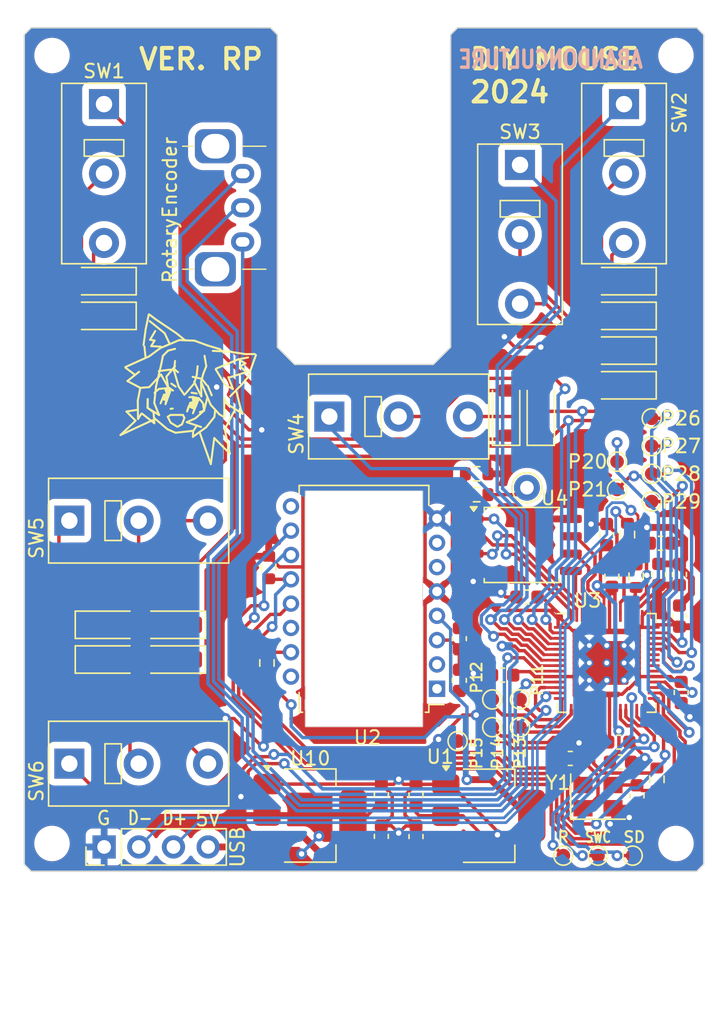
<source format=kicad_pcb>
(kicad_pcb (version 20240108) (generator "pcbnew") (generator_version "8.0")
  (layers (0 "F.Cu" signal) (31 "B.Cu" signal) (34 "B.Paste" user) (35 "F.Paste" user) (36 "B.SilkS" user "B.Silkscreen") (37 "F.SilkS" user "F.Silkscreen") (38 "B.Mask" user) (39 "F.Mask" user) (44 "Edge.Cuts" user))
  (net 0 "")
  (net 1 "Net-(D1-A)")
  (net 2 "Net-(D2-A)")
  (net 3 "Net-(D3-A)")
  (net 4 "Net-(D4-A)")
  (net 5 "Net-(D5-A)")
  (net 6 "Net-(D6-A)")
  (net 7 "Net-(D7-A)")
  (net 8 "Net-(D8-A)")
  (net 9 "Net-(D9-A)")
  (net 10 "Net-(D10-A)")
  (net 11 "Net-(D11-A)")
  (net 12 "Net-(D12-A)")
  (net 13 "/V2")
  (net 14 "GND")
  (net 15 "+1V1")
  (net 16 "+3V3")
  (net 17 "VBUS")
  (net 18 "/XIN")
  (net 19 "Net-(C300-Pad1)")
  (net 20 "/ENC_A")
  (net 21 "/ENC_B")
  (net 22 "/ENC_C")
  (net 23 "/GPIO29_ADC3")
  (net 24 "/GPIO28_ADC2")
  (net 25 "/GPIO27_ADC1")
  (net 26 "/GPIO26_ADC0")
  (net 27 "/GPIO25")
  (net 28 "/GPIO24")
  (net 29 "/GPIO23")
  (net 30 "/GPIO22")
  (net 31 "/GPIO21")
  (net 32 "/GPIO20")
  (net 33 "/GPIO19")
  (net 34 "/GPIO18")
  (net 35 "/GPIO17")
  (net 36 "/GPIO16")
  (net 37 "/RUN")
  (net 38 "/SWD")
  (net 39 "/SWCLK")
  (net 40 "/GPIO0")
  (net 41 "/GPIO1")
  (net 42 "/GPIO2")
  (net 43 "/GPIO3")
  (net 44 "/GPIO4")
  (net 45 "/GPIO5")
  (net 46 "/GPIO6")
  (net 47 "/GPIO7")
  (net 48 "/GPIO11")
  (net 49 "/GPIO12")
  (net 50 "/GPIO13")
  (net 51 "/GPIO14")
  (net 52 "/GPIO15")
  (net 53 "Net-(U3-USB_DP)")
  (net 54 "Net-(U3-USB_DM)")
  (net 55 "/QSPI_SS")
  (net 56 "/~{USB_BOOT}")
  (net 57 "/XOUT")
  (net 58 "/QSPI_SD1")
  (net 59 "/QSPI_SD2")
  (net 60 "/QSPI_SD0")
  (net 61 "/QSPI_SCLK")
  (net 62 "/QSPI_SD3")
  (net 63 "/VDDPIX")
  (net 64 "/3360LED")
  (net 65 "/USBD-")
  (net 66 "/USBD+")
  (net 71 "/MOTION")
  (footprint "Diode_SMD:D_SOD-123" (layer "F.Cu") (at 20.32 33.274 180)
    (property "Reference" "D1" (hide yes))
    (property "Value" "D")
  )
  (footprint "Capacitor_SMD:C_0603_1608Metric" (layer "F.Cu") (at 62.484 54.737 90)
    (property "Reference" "C13" (hide yes))
    (property "Value" "100n")
  )
  (footprint "TestPoint:TestPoint_Pad_D1.0mm" (layer "F.Cu") (at 48.768 65.913 90)
    (property "Reference" "P14")
    (property "Value" "TestPoint")
  )
  (footprint "Capacitor_SMD:C_0603_1608Metric" (layer "F.Cu") (at 40.64 70.852 90)
    (property "Reference" "C400" (hide yes))
    (property "Value" "10u")
  )
  (footprint "MountingHole:MountingHole_2.2mm_M2_ISO7380" (layer "F.Cu") (at 16.51 74.422)
    (property "Reference" "REF**" (hide yes))
    (property "Value" "MountingHole_2.2mm_M2_ISO7380" (hide yes))
  )
  (footprint "Diode_SMD:D_SOD-123" (layer "F.Cu") (at 49.784 42.926 90)
    (property "Reference" "D7" (hide yes))
    (property "Value" "D")
  )
  (footprint "Resistor_SMD:R_0603_1608Metric" (layer "F.Cu") (at 59.309 54.864 -90)
    (property "Reference" "R4" (hide yes))
    (property "Value" "27")
  )
  (footprint "TestPoint:TestPoint_Pad_D1.0mm" (layer "F.Cu") (at 50.8 63.881)
    (property "Reference" "P11")
    (property "Value" "TestPoint")
  )
  (footprint "Crystal:Crystal_SMD_3225-4Pin_3.2x2.5mm" (layer "F.Cu") (at 56.515 70.993)
    (property "Reference" "Y1")
    (property "Value" "ABM8-272-T3")
  )
  (footprint "Library:RP2040-QFN-56" (layer "F.Cu") (at 57.155 61.209)
    (property "Reference" "U3")
    (property "Value" "RP2040")
  )
  (footprint "Resistor_SMD:R_0603_1608Metric" (layer "F.Cu") (at 58.674 51.816 -90)
    (property "Reference" "R3" (hide yes))
    (property "Value" "27")
  )
  (footprint "Diode_SMD:D_SOD-123" (layer "F.Cu") (at 25.4 58.42 180)
    (property "Reference" "D10" (hide yes))
    (property "Value" "D")
  )
  (footprint "MountingHole:MountingHole_2.2mm_M2_ISO7380" (layer "F.Cu") (at 62.23 74.422)
    (property "Reference" "REF**" (hide yes))
    (property "Value" "MountingHole_2.2mm_M2_ISO7380" (hide yes))
  )
  (footprint "Library:SW_Tactile_SPDT_Omron_D2F" (layer "F.Cu") (at 58.42 20.32)
    (property "Reference" "SW2")
    (property "Value" "SW_SPDT")
  )
  (footprint "TestPoint:TestPoint_Pad_D1.0mm" (layer "F.Cu") (at 59.055 75.311)
    (property "Reference" "P32" (hide yes))
    (property "Value" "TestPoint")
  )
  (footprint "Resistor_SMD:R_0603_1608Metric" (layer "F.Cu") (at 32.385 54.229 90)
    (property "Reference" "R1" (hide yes))
    (property "Value" "10K")
  )
  (footprint "Capacitor_SMD:C_0603_1608Metric" (layer "F.Cu") (at 46.355 62.484 -90)
    (property "Reference" "C3" (hide yes))
    (property "Value" "100nF")
  )
  (footprint "Library:SW_Tactile_SPDT_Omron_D2F" (layer "F.Cu") (at 50.8 24.765)
    (property "Reference" "SW3")
    (property "Value" "SW_SPDT")
  )
  (footprint "Capacitor_SMD:C_0603_1608Metric" (layer "F.Cu") (at 59.37032 70.939012 -90)
    (property "Reference" "C300" (hide yes))
    (property "Value" "15p")
  )
  (footprint "Capacitor_SMD:C_0603_1608Metric" (layer "F.Cu") (at 60.96 54.737 90)
    (property "Reference" "C10" (hide yes))
    (property "Value" "1u")
  )
  (footprint "Capacitor_SMD:C_0603_1608Metric" (layer "F.Cu") (at 43.18 73.914 90)
    (property "Reference" "C1" (hide yes))
    (property "Value" "10uF")
  )
  (footprint "Library:PixArt_PDIP-16_10.9x16.2mm_P1.78mm" (layer "F.Cu") (at 44.72 63.1 180)
    (property "Reference" "U2")
    (property "Value" "PMW3360DM-T2QU")
    (fp_line (start 9.65 14.48) (end 1.05 14.48) (stroke (width 0.05)) (layer "Edge.Cuts"))
    (fp_line (start 9.65 -2.78) (end 9.65 14.48) (stroke (width 0.05)) (layer "Edge.Cuts"))
    (fp_line (start 9.65 -2.78) (end 1.05 -2.78) (stroke (width 0.05)) (layer "Edge.Cuts"))
    (fp_line (start 1.05 -2.78) (end 1.05 14.48) (stroke (width 0.05)) (layer "Edge.Cuts"))
  )
  (footprint "TestPoint:TestPoint_Pad_D1.0mm" (layer "F.Cu") (at 60.452 43.307)
    (property "Reference" "P26")
    (property "Value" "TestPoint")
  )
  (footprint "TestPoint:TestPoint_Pad_D1.0mm" (layer "F.Cu") (at 60.452 49.403)
    (property "Reference" "P29")
    (property "Value" "TestPoint")
  )
  (footprint "Resistor_SMD:R_0603_1608Metric" (layer "F.Cu") (at 32.258 61.214 -90)
    (property "Reference" "R40" (hide yes))
    (property "Value" "R39")
  )
  (footprint "Capacitor_SMD:C_0603_1608Metric" (layer "F.Cu") (at 58.162742 68.46496)
    (property "Reference" "C6" (hide yes))
    (property "Value" "100n")
  )
  (footprint "Package_TO_SOT_SMD:SOT-223-3_TabPin2" (layer "F.Cu") (at 35.408 72.376)
    (property "Reference" "U10")
    (property "Value" "NCP1117-3.3_SOT223")
  )
  (footprint "Capacitor_SMD:C_0603_1608Metric" (layer "F.Cu") (at 57.531 54.864 90)
    (property "Reference" "C500" (hide yes))
    (property "Value" "100n")
  )
  (footprint "Library:SW_Tactile_SPDT_Omron_D2F" (layer "F.Cu") (at 17.78 50.8 90)
    (property "Reference" "SW5")
    (property "Value" "SW_SPDT")
  )
  (footprint "MountingHole:MountingHole_2.2mm_M2_ISO7380" (layer "F.Cu") (at 16.51 16.764)
    (property "Reference" "REF**" (hide yes))
    (property "Value" "MountingHole_2.2mm_M2_ISO7380" (hide yes))
  )
  (footprint "Library:SW_Tactile_SPDT_Omron_D2F" (layer "F.Cu") (at 17.78 68.58 90)
    (property "Reference" "SW6")
    (property "Value" "SW_SPDT")
  )
  (footprint "Diode_SMD:D_SOD-123" (layer "F.Cu") (at 58.42 35.814 180)
    (property "Reference" "D4" (hide yes))
    (property "Value" "D")
  )
  (footprint "Diode_SMD:D_SOD-123" (layer "F.Cu") (at 58.42 38.354 180)
    (property "Reference" "D5" (hide yes))
    (property "Value" "D")
  )
  (footprint "Diode_SMD:D_SOD-123" (layer "F.Cu") (at 58.42 33.274 180)
    (property "Reference" "D3" (hide yes))
    (property "Value" "D")
  )
  (footprint "Capacitor_SMD:C_0603_1608Metric" (layer "F.Cu") (at 51.308 56.388 180)
    (property "Reference" "C14" (hide yes))
    (property "Value" "100n")
  )
  (footprint "Diode_SMD:D_SOD-123" (layer "F.Cu") (at 20.574 58.42)
    (property "Reference" "D9" (hide yes))
    (property "Value" "D")
  )
  (footprint "TestPoint:TestPoint_Pad_D1.0mm" (layer "F.Cu") (at 60.452 45.339)
    (property "Reference" "P27")
    (property "Value" "TestPoint")
  )
  (footprint "Resistor_SMD:R_0603_1608Metric" (layer "F.Cu") (at 47.625 48.895)
    (property "Reference" "R100" (hide yes))
    (property "Value" "1k")
  )
  (footprint "TestPoint:TestPoint_Pad_D1.0mm" (layer "F.Cu") (at 50.8 65.913)
    (property "Reference" "P13")
    (property "Value" "TestPoint")
  )
  (footprint "TestPoint:TestPoint_Pad_D1.0mm" (layer "F.Cu") (at 46.228 66.929)
    (property "Reference" "P15")
    (property "Value" "TestPoint")
  )
  (footprint "MountingHole:MountingHole_2.2mm_M2_ISO7380" (layer "F.Cu") (at 62.23 16.764)
    (property "Reference" "REF**" (hide yes))
    (property "Value" "MountingHole_2.2mm_M2_ISO7380" (hide yes))
  )
  (footprint "Capacitor_SMD:C_0603_1608Metric" (layer "F.Cu") (at 57.15 51.816 90)
    (property "Reference" "C7" (hide yes))
    (property "Value" "100n")
  )
  (footprint "Connector_PinHeader_2.54mm:PinHeader_1x04_P2.54mm_Vertical" (layer "F.Cu") (at 20.33 74.676 90)
    (property "Reference" "USB1" (hide yes))
    (property "Value" "USB")
  )
  (footprint "Diode_SMD:D_SOD-123" (layer "F.Cu") (at 25.4 60.96 180)
    (property "Reference" "D12" (hide yes))
    (property "Value" "D")
  )
  (footprint "Library:SW_Tactile_SPDT_Omron_D2F" (layer "F.Cu") (at 36.83 43.18 90)
    (property "Reference" "SW4")
    (property "Value" "SW_SPDT")
  )
  (footprint "Capacitor_SMD:C_0603_1608Metric" (layer "F.Cu") (at 40.64 73.9 90)
    (property "Reference" "C100" (hide yes))
    (property "Value" "10u")
  )
  (footprint "Capacitor_SMD:C_0603_1608Metric" (layer "F.Cu") (at 46.355 59.436 90)
    (property "Reference" "C4" (hide yes))
    (property "Value" "4.7uF")
  )
  (footprint "Capacitor_SMD:C_0603_1608Metric" (layer "F.Cu") (at 62.611 63.373 -90)
    (property "Reference" "C9" (hide yes))
    (property "Value" "100n")
  )
  (footprint "Diode_SMD:D_SOD-123" (layer "F.Cu") (at 58.42 40.894 180)
    (property "Reference" "D6" (hide yes))
    (property "Value" "D")
  )
  (footprint "TestPoint:TestPoint_Pad_D1.0mm" (layer "F.Cu") (at 53.975 75.311)
    (property "Reference" "P30" (hide yes))
    (property "Value" "TestPoint")
  )
  (footprint "Capacitor_SMD:C_0603_1608Metric" (layer "F.Cu") (at 62.484 57.785 90)
    (property "Reference" "C12" (hide yes))
    (property "Value" "100n")
  )
  (footprint "Capacitor_SMD:C_0603_1608Metric" (layer "F.Cu") (at 54.483 68.199 180)
    (property "Reference" "C200" (hide yes))
    (property "Value" "15p")
  )
  (footprint "Package_SO:SOIC-8_5.275x5.275mm_P1.27mm" (layer "F.Cu") (at 50.927 52.578)
    (property "Reference" "U4")
    (property "Value" "W25Q32JVSS")
  )
  (footprint "Diode_SMD:D_SOD-123" (layer "F.Cu") (at 20.32 35.814 180)
    (property "Reference" "D2" (hide yes))
    (property "Value" "D")
  )
  (footprint "TestPoint:TestPoint_Pad_D1.0mm" (layer "F.Cu") (at 60.452 47.371)
    (property "Reference" "P28")
    (property "Value" "TestPoint")
  )
  (footprint "TestPoint:TestPoint_Pad_D1.0mm" (layer "F.Cu") (at 57.912 46.482)
    (property "Reference" "P20")
    (property "Value" "TestPoint")
  )
  (footprint "TestPoint:TestPoint_Pad_D1.0mm" (layer "F.Cu") (at 57.912 48.514)
    (property "Reference" "P21")
    (property "Value" "TestPoint")
  )
  (footprint "Resistor_SMD:R_0603_1608Metric" (layer "F.Cu") (at 60.833 69.723 -90)
    (property "Reference" "R500" (hide yes))
    (property "Value" "1k")
  )
  (footprint "Library:SW_Tactile_SPDT_Omron_D2F" (layer "F.Cu") (at 20.32 20.32)
    (property "Reference" "SW1")
    (property "Value" "SW_SPDT")
  )
  (footprint "Library:Alps-EC10E1220501" (layer "F.Cu") (at 30.48 27.9 90)
    (property "Reference" "Encoder1" (hide yes))
    (property "Value" "RotaryEncoder")
  )
  (footprint "TestPoint:TestPoint_Pad_D1.0mm" (layer "F.Cu") (at 56.515 75.311)
    (property "Reference" "P31" (hide yes))
    (property "Value" "TestPoint")
  )
  (footprint "Capacitor_SMD:C_0603_1608Metric" (layer "F.Cu") (at 43.18 70.866 90)
    (property "Reference" "C2" (hide yes))
    (property "Value" "10uF")
  )
  (footprint "Capacitor_SMD:C_0603_1608Metric" (layer "F.Cu") (at 58.039133 67.004084)
    (property "Reference" "C11" (hide yes))
    (property "Value" "100n")
  )
  (footprint "Package_TO_SOT_SMD:SOT-223-3_TabPin2" (layer "F.Cu") (at 48.514 72.39)
    (property "Reference" "U1")
    (property "Value" "LM1117-1.8V")
  )
  (footprint "Diode_SMD:D_SOD-123" (layer "F.Cu") (at 20.574 60.96)
    (property "Reference" "D11" (hide yes))
    (property "Value" "D")
  )
  (footprint "Library:TestPoint_THTPad_D2.0mm_Drill1.0mm_Edit" (layer "F.Cu") (at 51.308 48.387)
    (property "Reference" "USB_BOOT1" (hide yes))
    (property "Value" "Conn_01x01_Socket" (hide yes))
  )
  (footprint "Capacitor_SMD:C_0603_1608Metric" (layer "F.Cu") (at 61.087 52.451)
    (property "Reference" "C8" (hide yes))
    (property "Value" "1u")
  )
  (footprint "Diode_SMD:D_SOD-123" (layer "F.Cu") (at 52.324 42.926 90)
    (property "Reference" "D8" (hide yes))
    (property "Value" "D")
  )
  (footprint "Capacitor_SMD:C_0603_1608Metric" (layer "F.Cu") (at 49.53 62.103 180)
    (property "Reference" "C15" (hide yes))
    (property "Value" "100n")
  )
  (footprint "TestPoint:TestPoint_Pad_D1.0mm" (layer "F.Cu") (at 48.768 63.881)
    (property "Reference" "P12")
    (property "Value" "TestPoint")
  )
  (footprint "Resistor_SMD:R_0603_1608Metric" (layer "F.Cu") (at 47.625 47.371 180)
    (property "Reference" "R200" (hide yes))
    (property "Value" "10k")
  )
  (gr_line (start 27.11864 40.124689) (end 27.178 39.497) (stroke (width 0.15)) (layer "F.SilkS"))
  (gr_line (start 28.77051 43.017073) (end 28.167127 42.355298) (stroke (width 0.15)) (layer "F.SilkS"))
  (gr_line (start 23.672015 36.200761) (end 24.765 37.084) (stroke (width 0.15)) (layer "F.SilkS"))
  (gr_line (start 22.634662 43.484209) (end 21.525216 44.535263) (stroke (width 0.15)) (layer "F.SilkS"))
  (gr_line (start 27.032503 42.098829) (end 26.682152 42.312933) (stroke (width 0.15)) (layer "F.SilkS"))
  (gr_line (start 24.964045 41.357261) (end 25.061365 41.493509) (stroke (width 0.15)) (layer "F.SilkS"))
  (gr_line (start 23.632021 38.773927) (end 24.449508 38.170544) (stroke (width 0.15)) (layer "F.SilkS"))
  (gr_line (start 24.029774 41.435117) (end 24.068702 41.571365) (stroke (width 0.15)) (layer "F.SilkS"))
  (gr_line (start 24.976101 44.112866) (end 25.56002 44.365898) (stroke (width 0.15)) (layer "F.SilkS"))
  (gr_line (start 25.061365 39.760732) (end 25.509036 39.741268) (stroke (width 0.15)) (layer "F.SilkS"))
  (gr_line (start 25.687069 43.925521) (end 25.202406 43.626782) (stroke (width 0.15)) (layer "F.SilkS"))
  (gr_line (start 26.935184 42.410253) (end 26.857328 42.293469) (stroke (width 0.15)) (layer "F.SilkS"))
  (gr_line (start 30.272917 40.973212) (end 29.569599 41.699334) (stroke (width 0.15)) (layer "F.SilkS"))
  (gr_line (start 29.162792 44.120613) (end 29.938349 42.637526) (stroke (width 0.15)) (layer "F.SilkS"))
  (gr_line (start 24.341198 41.162621) (end 25.100293 41.084765) (stroke (width 0.15)) (layer "F.SilkS"))
  (gr_line (start 27.455433 41.707612) (end 27.432 40.64) (stroke (width 0.15)) (layer "F.SilkS"))
  (gr_line (start 25.56002 44.365898) (end 26.805714 44.22965) (stroke (width 0.15)) (layer "F.SilkS"))
  (gr_line (start 27.266071 41.845798) (end 27.460711 42.059901) (stroke (width 0.15)) (layer "F.SilkS"))
  (gr_line (start 21.525216 44.535263) (end 23.860892 43.455013) (stroke (width 0.15)) (layer "F.SilkS"))
  (gr_line (start 26.940896 37.625552) (end 25.83145 37.586625) (stroke (width 0.15)) (layer "F.SilkS"))
  (gr_line (start 26.812493 41.74751) (end 27.266071 41.845798) (stroke (width 0.15)) (layer "F.SilkS"))
  (gr_line (start 28.400792 44.755613) (end 28.146792 46.660613) (stroke (width 0.15)) (layer "F.SilkS"))
  (gr_line (start 30.036734 41.378178) (end 30.347092 42.666722) (stroke (width 0.15)) (layer "F.SilkS"))
  (gr_line (start 25.527 39.497) (end 24.892 40.259) (stroke (width 0.15)) (layer "F.SilkS"))
  (gr_line (start 30.675172 38.611583) (end 31.369 38.608) (stroke (width 0.15)) (layer "F.SilkS"))
  (gr_line (start 29.162792 44.120613) (end 29.543792 45.898613) (stroke (width 0.15)) (layer "F.SilkS"))
  (gr_line (start 23.629214 35.704963) (end 24.044445 36.016386) (stroke (width 0.15)) (layer "F.SilkS"))
  (gr_line (start 27.460711 42.059901) (end 27.596959 42.254541) (stroke (width 0.15)) (layer "F.SilkS"))
  (gr_line (start 25.527 39.116) (end 25.44377 39.862192) (stroke (width 0.15)) (layer "F.SilkS"))
  (gr_line (start 24.866725 41.804932) (end 24.886189 41.804932) (stroke (width 0.15)) (layer "F.SilkS"))
  (gr_line (start 26.039357 43.743566) (end 25.766861 43.899278) (stroke (width 0.15)) (layer "F.SilkS"))
  (gr_line (start 23.369694 36.794945) (end 23.603262 35.704963) (stroke (width 0.15)) (layer "F.SilkS"))
  (gr_line (start 26.384915 43.595618) (end 27.432 43.942) (stroke (width 0.15)) (layer "F.SilkS"))
  (gr_line (start 30.276111 39.507748) (end 30.751043 39.927628) (stroke (width 0.15)) (layer "F.SilkS"))
  (gr_line (start 25.019 38.354) (end 25.527 38.227) (stroke (width 0.15)) (layer "F.SilkS"))
  (gr_line (start 27.432 40.64) (end 27.591681 40.053175) (stroke (width 0.15)) (layer "F.SilkS"))
  (gr_line (start 25.022437 41.045837) (end 24.499331 40.110599) (stroke (width 0.15)) (layer "F.SilkS"))
  (gr_line (start 23.523711 42.544563) (end 23.951918 42.875451) (stroke (width 0.15)) (layer "F.SilkS"))
  (gr_line (start 24.499331 40.110599) (end 23.632021 41.031748) (stroke (width 0.15)) (layer "F.SilkS"))
  (gr_line (start 24.073931 36.92485) (end 23.697288 37.561351) (stroke (width 0.15)) (layer "F.SilkS"))
  (gr_line (start 28.527792 39.675613) (end 30.153518 38.993841) (stroke (width 0.15)) (layer "F.SilkS"))
  (gr_line (start 24.028176 37.619742) (end 23.775144 38.028486) (stroke (width 0.15)) (layer "F.SilkS"))
  (gr_line (start 24.988302 43.198575) (end 25.202406 43.062327) (stroke (width 0.15)) (layer "F.SilkS"))
  (gr_line (start 26.837864 42.93578) (end 27.227143 41.982046) (stroke (width 0.15)) (layer "F.SilkS"))
  (gr_line (start 23.981114 43.274463) (end 24.976101 44.112866) (stroke (width 0.15)) (layer "F.SilkS"))
  (gr_line (start 24.711013 41.94118) (end 24.808333 41.688149) (stroke (width 0.15)) (layer "F.SilkS"))
  (gr_line (start 23.775144 38.028486) (end 24.495311 38.067414) (stroke (width 0.15)) (layer "F.SilkS"))
  (gr_line (start 27.027226 43.303658) (end 26.384915 43.595618) (stroke (width 0.15)) (layer "F.SilkS"))
  (gr_line (start 24.827797 41.221013) (end 25.080829 41.221013) (stroke (width 0.15)) (layer "F.SilkS"))
  (gr_line (start 24.20495 42.700275) (end 24.360662 43.070091) (stroke (width 0.15)) (layer "F.SilkS"))
  (gr_line (start 29.120861 41.829771) (end 29.140325 43.231177) (stroke (width 0.15)) (layer "F.SilkS"))
  (gr_line (start 23.523711 41.902252) (end 23.523711 42.544563) (stroke (width 0.15)) (layer "F.SilkS"))
  (gr_line (start 26.214532 43.276431) (end 26.039357 43.743566) (stroke (width 0.15)) (layer "F.SilkS"))
  (gr_line (start 23.951918 42.875451) (end 24.01031 43.673474) (stroke (width 0.15)) (layer "F.SilkS"))
  (gr_line (start 29.429478 40.298461) (end 29.770048 41.162186) (stroke (width 0.15)) (layer "F.SilkS"))
  (gr_line (start 24.511 39.37) (end 24.638 38.735) (stroke (width 0.15)) (layer "F.SilkS"))
  (gr_line (start 30.751043 39.927628) (end 29.446956 40.336371) (stroke (width 0.15)) (layer "F.SilkS"))
  (gr_line (start 30.684855 39.293644) (end 30.276111 39.507748) (stroke (width 0.15)) (layer "F.SilkS"))
  (gr_line (start 26.876792 42.118293) (end 26.643224 42.176685) (stroke (width 0.15)) (layer "F.SilkS"))
  (gr_line (start 26.935184 41.90419) (end 27.032503 42.098829) (stroke (width 0.15)) (layer "F.SilkS"))
  (gr_line (start 25.202406 43.626782) (end 24.988302 43.198575) (stroke (width 0.15)) (layer "F.SilkS"))
  (gr_line (start 27.092688 43.884576) (end 26.85205 44.257393) (stroke (width 0.15)) (layer "F.SilkS"))
  (gr_line (start 25.464734 39.863643) (end 25.786905 40.982336) (stroke (width 0.15)) (layer "F.SilkS"))
  (gr_line (start 22.979978 41.080408) (end 22.79507 42.004947) (stroke (width 0.15)) (layer "F.SilkS"))
  (gr_line (start 28.146792 46.660613) (end 27.319186 44.315785) (stroke (width 0.15)) (layer "F.SilkS"))
  (gr_line (start 22.036072 40.583592) (end 22.892487 39.902353) (stroke (width 0.15)) (layer "F.SilkS"))
  (gr_line (start 24.638 38.735) (end 25.019 38.354) (stroke (width 0.15)) (layer "F.SilkS"))
  (gr_line (start 26.740544 41.437054) (end 27.110359 41.495446) (stroke (width 0.15)) (layer "F.SilkS"))
  (gr_line (start 25.061365 41.493509) (end 25.197612 41.240477) (stroke (width 0.15)) (layer "F.SilkS"))
  (gr_line (start 29.543792 45.898613) (end 28.400792 44.755613) (stroke (width 0.15)) (layer "F.SilkS"))
  (gr_line (start 24.892 40.259) (end 25.022437 41.045837) (stroke (width 0.15)) (layer "F.SilkS"))
  (gr_line (start 24.886189 41.94118) (end 24.711013 41.94118) (stroke (width 0.15)) (layer "F.SilkS"))
  (gr_line (start 22.79507 42.004947) (end 22.812792 43.358613) (stroke (width 0.15)) (layer "F.SilkS"))
  (gr_line (start 25.598948 37.066908) (end 26.276314 37.612432) (stroke (width 0.15)) (layer "F.SilkS"))
  (gr_line (start 28.28885 38.376441) (end 29.65007 38.429919) (stroke (width 0.15)) (layer "F.SilkS"))
  (gr_line (start 29.770048 41.162186) (end 29.186129 40.850762) (stroke (width 0.15)) (layer "F.SilkS"))
  (gr_line (start 24.336792 39.853211) (end 25.061365 39.760732) (stroke (width 0.15)) (layer "F.SilkS"))
  (gr_line (start 23.632021 41.031748) (end 22.979978 41.080408) (stroke (width 0.15)) (layer "F.SilkS"))
  (gr_line (start 26.287595 41.512973) (end 26.924 40.767) (stroke (width 0.15)) (layer "F.SilkS"))
  (gr_line (start 25.197612 41.240477) (end 24.827797 42.272068) (stroke (width 0.15)) (layer "F.SilkS"))
  (gr_line (start 27.92102 40.924648) (end 28.21298 41.625351) (stroke (width 0.15)) (layer "F.SilkS"))
  (gr_line (start 26.924 40.767) (end 27.11864 40.124689) (stroke (width 0.15)) (layer "F.SilkS"))
  (gr_line (start 26.682152 42.312933) (end 26.935184 42.507573) (stroke (width 0.15)) (layer "F.SilkS"))
  (gr_line (start 29.140325 43.231177) (end 28.77051 43.017073) (stroke (width 0.15)) (layer "F.SilkS"))
  (gr_line (start 25.509036 39.741268) (end 25.742604 39.935908) (stroke (width 0.15)) (layer "F.SilkS"))
  (gr_line (start 29.186129 40.850762) (end 28.50489 39.721852) (stroke (width 0.15)) (layer "F.SilkS"))
  (gr_line (start 27.655351 42.74114) (end 27.892792 41.782031) (stroke (width 0.15)) (layer "F.SilkS"))
  (gr_line (start 25.100293 41.084765) (end 25.372788 41.279405) (stroke (width 0.15)) (layer "F.SilkS"))
  (gr_line (start 26.409656 42.799532) (end 26.52644 42.429717) (stroke (width 0.15)) (layer "F.SilkS"))
  (gr_line (start 27.596959 42.410253) (end 27.655351 42.74114) (stroke (width 0.15)) (layer "F.SilkS"))
  (gr_line (start 21.963155 42.812701) (end 22.634662 43.484209) (stroke (width 0.15)) (layer "F.SilkS"))
  (gr_line (start 26.812493 41.74751) (end 26.876792 42.118293) (stroke (width 0.15)) (layer "F.SilkS"))
  (gr_line (start 30.153518 38.993841) (end 30.684855 39.293644) (stroke (width 0.15)) (layer "F.SilkS"))
  (gr_line (start 26.643224 42.176685) (end 26.409656 42.799532) (stroke (width 0.15)) (layer "F.SilkS"))
  (gr_line (start 27.805785 43.965433) (end 28.409168 43.206338) (stroke (width 0.15)) (layer "F.SilkS"))
  (gr_line (start 23.504247 42.544563) (end 23.523711 41.902252) (stroke (width 0.15)) (layer "F.SilkS"))
  (gr_line (start 26.954647 42.624357) (end 26.837864 42.93578) (stroke (width 0.15)) (layer "F.SilkS"))
  (gr_line (start 23.217226 37.953051) (end 23.368 36.83) (stroke (width 0.15)) (layer "F.SilkS"))
  (gr_line (start 22.812792 43.358613) (end 23.067566 42.958681) (stroke (width 0.15)) (layer "F.SilkS"))
  (gr_line (start 28.089271 42.21905) (end 27.432 40.64) (stroke (width 0.15)) (layer "F.SilkS"))
  (gr_line (start 27.227143 41.982046) (end 26.935184 41.90419) (stroke (width 0.15)) (layer "F.SilkS"))
  (gr_line (start 25.83145 37.586625) (end 24.449508 38.170544) (stroke (width 0.15)) (layer "F.SilkS"))
  (gr_line (start 26.52644 42.429717) (end 26.954647 42.624357) (stroke (width 0.15)) (layer "F.SilkS"))
  (gr_line (start 29.115827 38.521041) (end 28.809438 38.2484) (stroke (width 0.15)) (layer "F.SilkS"))
  (gr_line (start 24.511 39.37) (end 24.136826 40.95825) (stroke (width 0.15)) (layer "F.SilkS"))
  (gr_line (start 26.832586 44.666136) (end 27.805785 43.965433) (stroke (width 0.15)) (layer "F.SilkS"))
  (gr_line (start 24.944581 41.551901) (end 24.827797 41.221013) (stroke (width 0.15)) (layer "F.SilkS"))
  (gr_line (start 22.600527 40.135921) (end 21.899824 39.610394) (stroke (width 0.15)) (layer "F.SilkS"))
  (gr_line (start 23.697288 37.561351) (end 24.028176 37.619742) (stroke (width 0.15)) (layer "F.SilkS"))
  (gr_line (start 24.463792 42.215613) (end 24.717792 41.580613) (stroke (width 0.15)) (layer "F.SilkS"))
  (gr_line (start 24.070397 36.042338) (end 25.598948 37.066908) (stroke (width 0.15)) (layer "F.SilkS"))
  (gr_line (start 27.591681 40.053175) (end 27.813 39.497) (stroke (width 0.15)) (layer "F.SilkS"))
  (gr_line (start 26.097749 43.062327) (end 26.214532 43.276431) (stroke (width 0.15)) (layer "F.SilkS"))
  (gr_line (start 27.655351 42.74114) (end 27.343927 42.857924) (stroke (width 0.15)) (layer "F.SilkS"))
  (gr_line (start 25.202406 43.062327) (end 26.097749 43.062327) (stroke (width 0.15)) (layer "F.SilkS"))
  (gr_line (start 25.786905 40.982336) (end 26.209739 41.590829) (stroke (width 0.15)) (layer "F.SilkS"))
  (gr_line (start 28.409168 43.206338) (end 28.468819 42.686186) (stroke (width 0.15)) (layer "F.SilkS"))
  (gr_line (start 26.812493 41.74751) (end 26.565368 41.767942) (stroke (width 0.15)) (layer "F.SilkS"))
  (gr_line (start 27.813 39.497) (end 27.686 38.735) (stroke (width 0.15)) (layer "F.SilkS"))
  (gr_line (start 24.136826 40.95825) (end 24.000578 42.18448) (stroke (width 0.15)) (layer "F.SilkS"))
  (gr_line (start 24.717792 41.580613) (end 24.944581 41.551901) (stroke (width 0.15)) (layer "F.SilkS"))
  (gr_line (start 24.808333 41.688149) (end 24.886189 41.785468) (stroke (width 0.15)) (layer "F.SilkS"))
  (gr_line (start 24.925117 41.629757) (end 24.866725 41.804932) (stroke (width 0.15)) (layer "F.SilkS"))
  (gr_line (start 24.360662 43.070091) (end 23.504247 42.544563) (stroke (width 0.15)) (layer "F.SilkS"))
  (gr_line (start 24.000578 42.18448) (end 24.20495 42.700275) (stroke (width 0.15)) (layer "F.SilkS"))
  (gr_line (start 31.453731 38.676463) (end 30.895764 40.233581) (stroke (width 0.15)) (layer "F.SilkS"))
  (gr_line (start 24.341198 41.162621) (end 24.029774 41.435117) (stroke (width 0.15)) (layer "F.SilkS"))
  (gr_line (start 23.369161 38.877929) (end 23.278862 38.04064) (stroke (width 0.15)) (layer "F.SilkS"))
  (gr_line (start 24.886189 41.785468) (end 24.925117 41.629757) (stroke (width 0.15)) (layer "F.SilkS"))
  (gr_line (start 29.393357 42.296906) (end 29.120861 41.829771) (stroke (width 0.15)) (layer "F.SilkS"))
  (gr_line (start 25.080829 41.221013) (end 24.964045 41.357261) (stroke (width 0.15)) (layer "F.SilkS"))
  (gr_line (start 25.256004 40.773342) (end 25.567428 40.987445) (stroke (width 0.15)) (layer "F.SilkS"))
  (gr_line (start 22.803931 42.68178) (end 21.963155 42.812701) (stroke (width 0.15)) (layer "F.SilkS"))
  (gr_line (start 28.167127 42.355298) (end 28.089271 42.21905) (stroke (width 0.15)) (layer "F.SilkS"))
  (gr_line (start 26.924 40.64) (end 27.455433 41.707612) (stroke (width 0.15)) (layer "F.SilkS"))
  (gr_line (start 22.979978 41.080408) (end 22.036072 40.583592) (stroke (width 0.15)) (layer "F.SilkS"))
  (gr_line (start 26.85205 44.257393) (end 26.832586 44.666136) (stroke (width 0.15)) (layer "F.SilkS"))
  (gr_line (start 26.643224 42.371325) (end 27.110359 42.059901) (stroke (width 0.15)) (layer "F.SilkS"))
  (gr_line (start 27.894631 37.975904) (end 26.940896 37.625552) (stroke (width 0.15)) (layer "F.SilkS"))
  (gr_line (start 30.153518 38.993841) (end 30.873685 38.857593) (stroke (width 0.15)) (layer "F.SilkS"))
  (gr_line (start 24.01031 43.673474) (end 23.114967 42.972771) (stroke (width 0.15)) (layer "F.SilkS"))
  (gr_line (start 27.655351 42.74114) (end 27.027226 43.303658) (stroke (width 0.15)) (layer "F.SilkS"))
  (gr_line (start 25.19708 42.616077) (end 25.352792 42.596613) (stroke (width 0.15)) (layer "F.SilkS"))
  (gr_line (start 26.935184 42.507573) (end 26.643224 42.371325) (stroke (width 0.15)) (layer "F.SilkS"))
  (gr_line (start 27.596959 42.254541) (end 27.596959 42.410253) (stroke (width 0.15)) (layer "F.SilkS"))
  (gr_line (start 27.480175 40.416164) (end 27.830526 40.863835) (stroke (width 0.15)) (layer "F.SilkS"))
  (gr_line (start 24.765 37.084) (end 25.140479 37.878585) (stroke (width 0.15)) (layer "F.SilkS"))
  (gr_line (start 21.880361 39.561735) (end 23.632021 38.773927) (stroke (width 0.15)) (layer "F.SilkS"))
  (gr_line (start 28.809438 38.2484) (end 27.894631 37.975904) (stroke (width 0.15)) (layer "F.SilkS"))
  (gr_line (start 24.827797 42.272068) (end 24.886189 41.94118) (stroke (width 0.15)) (layer "F.SilkS"))
  (gr_line (start 30.48334 42.978145) (end 29.393357 42.296906) (stroke (width 0.15)) (layer "F.SilkS"))
  (gr_line (start 30.89896 40.260453) (end 30.298869 40.973212) (stroke (width 0.15)) (layer "F.SilkS"))
  (gr_line (start 29.65007 38.455871) (end 30.766004 38.624559) (stroke (width 0.15)) (layer "F.SilkS"))
  (gr_line (start 27.110359 42.059901) (end 26.935184 42.410253) (stroke (width 0.15)) (layer "F.SilkS"))
  (gr_line (start 26.812493 40.276043) (end 27.480175 40.416164) (stroke (width 0.15)) (layer "F.SilkS"))
  (gr_line (start 30.347092 42.666722) (end 30.48334 42.978145) (stroke (width 0.15)) (layer "F.SilkS"))
  (gr_line (start 63.754 76.454) (end 64.262 75.946) (stroke (width 0.1)) (layer "Edge.Cuts"))
  (gr_line (start 14.478 75.946) (end 14.478 15.24) (stroke (width 0.1)) (layer "Edge.Cuts"))
  (gr_line (start 63.754 76.454) (end 14.986 76.454) (stroke (width 0.1)) (layer "Edge.Cuts"))
  (gr_line (start 46.228 14.732) (end 45.72 15.24) (stroke (width 0.1)) (layer "Edge.Cuts"))
  (gr_line (start 33.02 15.24) (end 33.02 38.1) (stroke (width 0.1)) (layer "Edge.Cuts"))
  (gr_line (start 33.02 15.24) (end 32.512 14.732) (stroke (width 0.1)) (layer "Edge.Cuts"))
  (gr_line (start 63.754 14.732) (end 64.262 15.24) (stroke (width 0.1)) (layer "Edge.Cuts"))
  (gr_line (start 14.986 14.732) (end 32.512 14.732) (stroke (width 0.1)) (layer "Edge.Cuts"))
  (gr_line (start 33.02 38.1) (end 34.29 39.37) (stroke (width 0.1)) (layer "Edge.Cuts"))
  (gr_line (start 14.478 75.946) (end 14.986 76.454) (stroke (width 0.1)) (layer "Edge.Cuts"))
  (gr_line (start 45.72 38.1) (end 44.45 39.37) (stroke (width 0.1)) (layer "Edge.Cuts"))
  (gr_line (start 64.262 15.24) (end 64.262 75.946) (stroke (width 0.1)) (layer "Edge.Cuts"))
  (gr_line (start 45.72 38.1) (end 45.72 15.24) (stroke (width 0.1)) (layer "Edge.Cuts"))
  (gr_line (start 14.478 15.24) (end 14.986 14.732) (stroke (width 0.1)) (layer "Edge.Cuts"))
  (gr_line (start 34.29 39.37) (end 44.45 39.37) (stroke (width 0.1)) (layer "Edge.Cuts"))
  (gr_line (start 46.228 14.732) (end 63.754 14.732) (stroke (width 0.1)) (layer "Edge.Cuts"))
  (gr_text "ABANDONCULTURE" (at 59.917849 17.78 0) (layer "B.SilkS") (effects (font (size 1.25 1) (thickness 0.25) (bold yes)) (justify left bottom mirror)))
  (gr_text "R" (at 53.467 74.422 0) (layer "F.SilkS") (effects (font (size 0.8 0.8)) (justify left bottom)))
  (gr_text "5V" (at 26.924 73.231123 0) (layer "F.SilkS") (effects (font (size 1 1)) (justify left bottom)))
  (gr_text "SWC" (at 55.499 74.422 0) (layer "F.SilkS") (effects (font (size 0.8 0.6)) (justify left bottom)))
  (gr_text "G\n" (at 19.690094 73.152 0) (layer "F.SilkS") (effects (font (size 1 1)) (justify left bottom)))
  (gr_text "DIY MOUSE\n2024" (at 46.99 20.32 0) (layer "F.SilkS") (effects (font (size 1.5 1.5) (thickness 0.3) (bold yes)) (justify left bottom)))
  (gr_text "D+" (at 24.516094 73.152 0) (layer "F.SilkS") (effects (font (size 1 0.8)) (justify left bottom)))
  (gr_text "D-" (at 21.976094 73.137767 0) (layer "F.SilkS") (effects (font (size 1 0.8)) (justify left bottom)))
  (gr_text "SD" (at 58.293 74.422 0) (layer "F.SilkS") (effects (font (size 0.8 0.8)) (justify left bottom)))
  (gr_text "VER. RP" (at 22.733 17.907 0) (layer "F.SilkS") (effects (font (size 1.5 1.5) (thickness 0.3) (bold yes)) (justify left bottom)))
  (segment (start 20.32 25.4) (end 18.67 27.05) (width 0.25) (layer "F.Cu") (net 1))
  (segment (start 18.67 27.05) (end 18.67 33.274) (width 0.25) (layer "F.Cu") (net 1))
  (segment (start 20.32 30.48) (end 19.558 31.242) (width 0.25) (layer "F.Cu") (net 2))
  (segment (start 19.558 31.242) (end 19.558 34.926) (width 0.25) (layer "F.Cu") (net 2))
  (segment (start 19.558 34.926) (end 18.67 35.814) (width 0.25) (layer "F.Cu") (net 2))
  (segment (start 56.77 27.05) (end 56.77 33.274) (width 0.25) (layer "F.Cu") (net 3))
  (segment (start 58.42 25.4) (end 56.77 27.05) (width 0.25) (layer "F.Cu") (net 3))
  (segment (start 58.42 30.48) (end 57.531 31.369) (width 0.25) (layer "F.Cu") (net 4))
  (segment (start 57.531 35.053) (end 56.77 35.814) (width 0.25) (layer "F.Cu") (net 4))
  (segment (start 57.531 31.369) (end 57.531 35.053) (width 0.25) (layer "F.Cu") (net 4))
  (segment (start 50.8 32.384) (end 56.77 38.354) (width 0.25) (layer "F.Cu") (net 5))
  (segment (start 50.8 29.845) (end 50.8 32.384) (width 0.25) (layer "F.Cu") (net 5))
  (segment (start 50.8 34.925) (end 52.705 34.925) (width 0.25) (layer "F.Cu") (net 6))
  (segment (start 55.88 38.1) (end 55.88 40.004) (width 0.25) (layer "F.Cu") (net 6))
  (segment (start 55.88 40.004) (end 56.77 40.894) (width 0.25) (layer "F.Cu") (net 6))
  (segment (start 52.705 34.925) (end 55.88 38.1) (width 0.25) (layer "F.Cu") (net 6))
  (segment (start 46.608 41.276) (end 44.704 43.18) (width 0.25) (layer "F.Cu") (net 7))
  (segment (start 49.784 41.276) (end 46.608 41.276) (width 0.25) (layer "F.Cu") (net 7))
  (segment (start 44.704 43.18) (end 41.91 43.18) (width 0.25) (layer "F.Cu") (net 7))
  (segment (start 52.324 41.276) (end 50.42 43.18) (width 0.25) (layer "F.Cu") (net 8))
  (segment (start 50.42 43.18) (end 46.99 43.18) (width 0.25) (layer "F.Cu") (net 8))
  (segment (start 22.86 50.8) (end 22.86 57.784) (width 0.25) (layer "F.Cu") (net 9))
  (segment (start 22.86 57.784) (end 22.224 58.42) (width 0.25) (layer "F.Cu") (net 9))
  (segment (start 23.75 52.704) (end 25.654 50.8) (width 0.25) (layer "F.Cu") (net 10))
  (segment (start 23.75 58.42) (end 23.75 52.704) (width 0.25) (layer "F.Cu") (net 10))
  (segment (start 25.654 50.8) (end 27.94 50.8) (width 0.25) (layer "F.Cu") (net 10))
  (segment (start 27.94 50.8) (end 27.94 51.479342) (width 0.25) (layer "F.Cu") (net 10))
  (segment (start 22.224 67.944) (end 22.224 60.96) (width 0.25) (layer "F.Cu") (net 11))
  (segment (start 22.86 68.58) (end 22.224 67.944) (width 0.25) (layer "F.Cu") (net 11))
  (segment (start 27.94 68.58) (end 23.75 64.39) (width 0.25) (layer "F.Cu") (net 12))
  (segment (start 23.75 64.39) (end 23.75 60.96) (width 0.25) (layer "F.Cu") (net 12))
  (segment (start 48.671 69.753) (end 51.308 72.39) (width 0.5) (layer "F.Cu") (net 13))
  (segment (start 51.308 72.39) (end 51.664 72.39) (width 0.25) (layer "F.Cu") (net 13))
  (segment (start 32.258 62.484) (end 32.258 62.039) (width 0.25) (layer "F.Cu") (net 13))
  (segment (start 48.768 74.549) (end 46.609 72.39) (width 0.25) (layer "F.Cu") (net 13))
  (segment (start 34.036 64.262) (end 32.258 62.484) (width 0.25) (layer "F.Cu") (net 13))
  (segment (start 45.364 72.39) (end 43.421 72.39) (width 0.25) (layer "F.Cu") (net 13))
  (segment (start 43.421 72.39) (end 43.18 72.149) (width 0.25) (layer "F.Cu") (net 13))
  (segment (start 51.664 72.39) (end 49.505 74.549) (width 0.25) (layer "F.Cu") (net 13))
  (segment (start 46.609 72.39) (end 45.364 72.39) (width 0.25) (layer "F.Cu") (net 13))
  (segment (start 46.914002 69.753) (end 48.671 69.753) (width 0.5) (layer "F.Cu") (net 13))
  (segment (start 49.505 74.549) (end 48.768 74.549) (width 0.25) (layer "F.Cu") (net 13))
  (via (at 34.036 64.262) (size 0.8) (drill 0.4) (layers "F.Cu" "B.Cu") (net 13))
  (via (at 46.914002 69.753) (size 0.8) (drill 0.4) (layers "F.Cu" "B.Cu") (net 13))
  (segment (start 34.036 65.8368) (end 34.036 64.262) (width 0.25) (layer "B.Cu") (net 13))
  (segment (start 46.914002 69.753) (end 46.736 69.574998) (width 0.25) (layer "B.Cu") (net 13))
  (segment (start 46.736 65.151) (end 45.339 65.151) (width 0.25) (layer "B.Cu") (net 13))
  (segment (start 46.914002 69.753) (end 46.914002 64.440002) (width 0.25) (layer "B.Cu") (net 13))
  (segment (start 43.815 66.675) (end 34.8742 66.675) (width 0.25) (layer "B.Cu") (net 13))
  (segment (start 45.339 65.151) (end 43.815 66.675) (width 0.25) (layer "B.Cu") (net 13))
  (segment (start 46.736 69.574998) (end 46.736 65.151) (width 0.25) (layer "B.Cu") (net 13))
  (segment (start 45.72 58.76) (end 44.72 57.76) (width 0.25) (layer "B.Cu") (net 13))
  (segment (start 45.72 63.246) (end 45.72 58.76) (width 0.25) (layer "B.Cu") (net 13))
  (segment (start 34.8742 66.675) (end 34.036 65.8368) (width 0.25) (layer "B.Cu") (net 13))
  (segment (start 46.914002 64.440002) (end 45.72 63.246) (width 0.25) (layer "B.Cu") (net 13))
  (segment (start 29.845 65.278) (end 31.877 67.31) (width 0.25) (layer "F.Cu") (net 14))
  (segment (start 47.37937 61.982487) (end 48.634487 61.982487) (width 0.25) (layer "F.Cu") (net 14))
  (segment (start 59.679779 68.46496) (end 58.937742 68.46496) (width 0.25) (layer "F.Cu") (net 14))
  (segment (start 63.359 55.021882) (end 63.359 56.135) (width 0.5) (layer "F.Cu") (net 14))
  (segment (start 41.91 73.66) (end 41.375 73.125) (width 0.25) (layer "F.Cu") (net 14))
  (segment (start 62.865 52.184) (end 62.865 52.197) (width 0.5) (layer "F.Cu") (net 14))
  (segment (start 55.123986 66.673077) (end 56.154999 65.642064) (width 0.25) (layer "F.Cu") (net 14))
  (segment (start 49.403 56.047) (end 49.744 56.388) (width 0.25) (layer "F.Cu") (net 14))
  (segment (start 28.575 41.783) (end 28.575 41.021) (width 0.25) (layer "F.Cu") (net 14))
  (segment (start 57.137 51.054) (end 57.15 51.041) (width 0.25) (layer "F.Cu") (net 14))
  (segment (start 47.37937 62.23463) (end 46.355 63.259) (width 0.25) (layer "F.Cu") (net 14))
  (segment (start 55.415 69.906) (end 55.415 70.143) (width 0.25) (layer "F.Cu") (net 14))
  (segment (start 47.327 55.201) (end 47.327 54.483) (width 0.25) (layer "F.Cu") (net 14))
  (segment (start 62.484 54.146882) (end 63.359 55.021882) (width 0.5) (layer "F.Cu") (net 14))
  (segment (start 53.721 68.199) (end 53.708 68.199) (width 0.25) (layer "F.Cu") (net 14))
  (segment (start 58.876084 67.004084) (end 58.814133 67.004084) (width 0.25) (layer "F.Cu") (net 14))
  (segment (start 29.21 65.278) (end 29.845 65.278) (width 0.25) (layer "F.Cu") (net 14))
  (segment (start 55.123986 67.061986) (end 54.858014 67.061986) (width 0.25) (layer "F.Cu") (net 14))
  (segment (start 61.976 51.295) (end 62.865 52.184) (width 0.5) (layer "F.Cu") (net 14))
  (segment (start 43.18 73.139) (end 42.376887 72.335887) (width 0.25) (layer "F.Cu") (net 14))
  (segment (start 46.242 70.09) (end 45.364 70.09) (width 0.25) (layer "F.Cu") (net 14))
  (segment (start 41.43685 72.40565) (end 40.7175 73.125) (width 0.25) (layer "F.Cu") (net 14))
  (segment (start 47.37937 61.982487) (end 47.117 61.720117) (width 0.25) (layer "F.Cu") (net 14))
  (segment (start 59.954569 68.082569) (end 58.876084 67.004084) (width 0.25) (layer "F.Cu") (net 14))
  (segment (start 46.609 65.024) (end 44.831 66.802) (width 0.25) (layer "F.Cu") (net 14))
  (segment (start 63.246 65.151) (end 62.886866 64.791866) (width 0.25) (layer "F.Cu") (net 14))
  (segment (start 46.355 58.928) (end 46.355 58.661) (width 0.25) (layer "F.Cu") (net 14))
  (segment (start 53.708 68.199) (end 55.415 69.906) (width 0.25) (layer "F.Cu") (net 14))
  (segment (start 59.077641 72.518859) (end 59.37032 72.22618) (width 0.25) (layer "F.Cu") (net 14))
  (segment (start 47.589002 65.024) (end 46.609 65.024) (width 0.25) (layer "F.Cu") (net 14))
  (segment (start 49.149 73.533) (end 45.706 70.09) (width 0.25) (layer "F.Cu") (net 14))
  (segment (start 47.117 61.720117) (end 47.117 59.69) (width 0.25) (layer "F.Cu") (net 14))
  (segment (start 57.531 54.089) (end 57.9 53.72) (width 0.25) (layer "F.Cu") (net 14))
  (segment (start 62.886866 64.791866) (end 62.886866 64.233765) (width 0.25) (layer "F.Cu") (net 14))
  (segment (start 52.324 38.1) (end 50.419 38.1) (width 0.25) (layer "F.Cu") (net 14))
  (segment (start 62.484 53.962) (end 62.865 53.581) (width 0.5) (layer "F.Cu") (net 14))
  (segment (start 47.37937 61.982487) (end 47.37937 62.23463) (width 0.25) (layer "F.Cu") (net 14))
  (segment (start 41.43685 70.87385) (end 41.43685 72.40565) (width 0.25) (layer "F.Cu") (net 14))
  (segment (start 62.401972 53.962) (end 60.96 53.962) (width 0.5) (layer "F.Cu") (net 14))
  (segment (start 41.542 70.091) (end 40.654 70.091) (width 0.25) (layer "F.Cu") (net 14))
  (segment (start 47.371 55.245) (end 47.327 55.201) (width 0.25) (layer "F.Cu") (net 14))
  (segment (start 45.364 70.09) (end 43.689 70.09) (width 0.25) (layer "F.Cu") (net 14))
  (segment (start 40.36 70.076) (end 32.258 70.076) (width 0.25) (layer "F.Cu") (net 14))
  (segment (start 57.9 53.72) (end 57.9 51.791) (width 0.25) (layer "F.Cu") (net 14))
  (segment (start 31.27 70.076) (end 30.353 70.993) (width 0.25) (layer "F.Cu") (net 14))
  (segment (start 45.706 70.09) (end 45.364 70.09) (width 0.25) (layer "F.Cu") (net 14))
  (segment (start 59.954569 68.19017) (end 59.679779 68.46496) (width 0.25) (layer "F.Cu") (net 14))
  (segment (start 57.615 72.782002) (end 57.615 71.843) (width 0.25) (layer "F.Cu") (net 14))
  (segment (start 60.093393 51.295) (end 61.976 51.295) (width 0.5) (layer "F.Cu") (net 14))
  (segment (start 56.154999 65.642064) (end 56.155 64.77) (width 0.25) (layer "F.Cu") (net 14))
  (segment (start 47.117 59.69) (end 46.355 58.928) (width 0.25) (layer "F.Cu") (net 14))
  (segment (start 31.877 67.31) (end 32.004 67.31) (width 0.25) (layer "F.Cu") (net 14))
  (segment (start 62.611 52.451) (end 61.862 52.451) (width 0.5) (layer "F.Cu") (net 14))
  (segment (start 59.37032 71.714012) (end 57.743988 71.714012) (width 0.25) (layer "F.Cu") (net 14))
  (segment (start 41.375 73.125) (end 40.64 73.125) (width 0.25) (layer "F.Cu") (net 14))
  (segment (start 59.954569 68.19017) (end 59.954569 68.082569) (width 0.25) (layer "F.Cu") (net 14))
  (segment (start 31.877 44.156) (end 30.948 44.156) (width 0.25) (layer "F.Cu") (net 14))
  (segment (start 58.802859 72.518859) (end 59.077641 72.518859) (width 0.25) (layer "F.Cu") (net 14))
  (segment (start 42.376887 70.894113) (end 43.18 70.091) (width 0.25) (layer "F.Cu") (net 14))
  (segment (start 50.419 38.1) (end 49.657 37.338) (width 0.25) (layer "F.Cu") (net 14))
  (segment (start 57.743988 71.714012) (end 57.615 71.843) (width 0.25) (layer "F.Cu") (net 14))
  (segment (start 43.18 70.091) (end 42.278 70.091) (width 0.25) (layer "F.Cu") (net 14))
  (segment (start 62.484 53.879972) (end 62.484 54.146882) (width 0.5) (layer "F.Cu") (net 14))
  (segment (start 57.531 54.089) (end 57.544 54.089) (width 0.25) (layer "F.Cu") (net 14))
  (segment (start 40.614 70.076) (end 40.615 70.077) (width 0.25) (layer "F.Cu") (net 14))
  (segment (start 40.64 70.077) (end 41.43685 70.87385) (width 0.25) (layer "F.Cu") (net 14))
  (segment (start 32.258 70.076) (end 31.27 70.076) (width 0.25) (layer "F.Cu") (net 14))
  (segment (start 53.621 68.112) (end 53.708 68.199) (width 0.25) (layer "F.Cu") (net 14))
  (segment (start 57.404 72.993002) (end 57.615 72.782002) (width 0.25) (layer "F.Cu") (net 14))
  (segment (start 49.149 73.787) (end 49.149 73.533) (width 0.25) (layer "F.Cu") (net 14))
  (segment (start 40.361 70.077) (end 40.36 70.076) (width 0.25) (layer "F.Cu") (net 14))
  (segment (start 43.18 73.139) (end 42.431 73.139) (width 0.25) (layer "F.Cu") (net 14))
  (segment (start 62.865 53.581) (end 62.865 52.184) (width 0.5) (layer "F.Cu") (net 14))
  (segment (start 40.654 70.091) (end 40.64 70.077) (width 0.25) (layer "F.Cu") (net 14))
  (segment (start 54.858014 67.061986) (end 53.721 68.199) (width 0.25) (layer "F.Cu") (net 14))
  (segment (start 62.865 52.197) (end 62.611 52.451) (width 0.5) (layer "F.Cu") (net 14))
  (segment (start 40.7175 73.125) (end 40.361 73.125) (width 0.25) (layer "F.Cu") (net 14))
  (segment (start 59.37032 72.22618) (end 59.37032 71.714012) (width 0.25) (layer "F.Cu") (net 14))
  (segment (start 42.431 73.139) (end 41.91 73.66) (width 0.25) (layer "F.Cu") (net 14))
  (segment (start 42.278 70.091) (end 41.91 69.723) (width 0.25) (layer "F.Cu") (net 14))
  (segment (start 57.9 51.791) (end 57.15 51.041) (width 0.25) (layer "F.Cu") (net 14))
  (segment (start 49.744 56.388) (end 50.533 56.388) (width 0.25) (layer "F.Cu") (net 14))
  (segment (start 48.634487 61.982487) (end 48.755 62.103) (width 0.25) (layer "F.Cu") (net 14))
  (segment (start 56.007 51.054) (end 57.137 51.054) (width 0.25) (layer "F.Cu") (net 14))
  (segment (start 41.91 69.723) (end 41.542 70.091) (width 0.25) (layer "F.Cu") (net 14))
  (segment (start 42.376887 72.335887) (end 42.376887 70.894113) (width 0.25) (layer "F.Cu") (net 14))
  (segment (start 55.123986 67.061986) (end 55.123986 66.673077) (width 0.25) (layer "F.Cu") (net 14))
  (segment (start 30.948 44.156) (end 28.575 41.783) (width 0.25) (layer "F.Cu") (net 14))
  (segment (start 63.359 56.135) (end 62.484 57.01) (width 0.5) (layer "F.Cu") (net 14))
  (via (at 58.802859 72.518859) (size 0.8) (drill 0.4) (layers "F.Cu" "B.Cu") (net 14))
  (via (at 52.324 38.1) (size 0.8) (drill 0.4) (layers "F.Cu" "B.Cu") (net 14))
  (via (at 32.004 67.31) (size 0.8) (drill 0.4) (layers "F.Cu" "B.Cu") (net 14))
  (via (at 59.954569 68.19017) (size 0.8) (drill 0.4) (layers "F.Cu" "B.Cu") (net 14))
  (via (at 30.353 70.993) (size 0.8) (drill 0.4) (layers "F.Cu" "B.Cu") (net 14))
  (via (at 47.371 55.245) (size 0.8) (drill 0.4) (layers "F.Cu" "B.Cu") (net 14))
  (via (at 49.657 37.338) (size 0.8) (drill 0.4) (layers "F.Cu" "B.Cu") (net 14))
  (via (at 57.404 72.993002) (size 0.8) (drill 0.4) (layers "F.Cu" "B.Cu") (net 14))
  (via (at 63.246 65.151) (size 0.8) (drill 0.4) (layers "F.Cu" "B.Cu") (net 14))
  (via (at 60.093393 51.295) (size 0.8) (drill 0.4) (layers "F.Cu" "B.Cu") (net 14))
  (via (at 44.831 66.802) (size 0.8) (drill 0.4) (layers "F.Cu" "B.Cu") (net 14))
  (via (at 49.403 56.047) (size 0.8) (drill 0.4) (layers "F.Cu" "B.Cu") (net 14))
  (via (at 41.91 73.66) (size 0.8) (drill 0.4) (layers "F.Cu" "B.Cu") (net 14))
  (via (at 29.21 65.278) (size 0.8) (drill 0.4) (layers "F.Cu" "B.Cu") (net 14))
  (via (at 31.877 44.156) (size 0.8) (drill 0.4) (layers "F.Cu" "B.Cu") (net 14))
  (via (at 47.589002 65.024) (size 0.8) (drill 0.4) (layers "F.Cu" "B.Cu") (net 14))
  (via (at 49.149 73.787) (size 0.8) (drill 0.4) (layers "F.Cu" "B.Cu") (net 14))
  (via (at 28.575 41.021) (size 0.8) (drill 0.4) (layers "F.Cu" "B.Cu") (net 14))
  (via (at 56.007 51.054) (size 0.8) (drill 0.4) (layers "F.Cu" "B.Cu") (net 14))
  (via (at 55.123986 67.061986) (size 0.8) (drill 0.4) (layers "F.Cu" "B.Cu") (net 14))
  (via (at 41.91 69.723) (size 0.8) (drill 0.4) (layers "F.Cu" "B.Cu") (net 14))
  (via (at 47.37937 61.982487) (size 0.8) (drill 0.4) (layers "F.Cu" "B.Cu") (net 14))
  (segment (start 59.563 63.307405) (end 59.563 62.484) (width 0.25) (layer "B.Cu") (net 14))
  (segment (start 59.563 62.484) (end 59.436 62.357) (width 0.25) (layer "B.Cu") (net 14))
  (segment (start 59.944 64.135) (end 59.944 63.688405) (width 0.25) (layer "B.Cu") (net 14))
  (segment (start 64.135 59.817) (end 64.135 67.056) (width 0.25) (layer "B.Cu") (net 14))
  (segment (start 59.944 63.688405) (end 59.563 63.307405) (width 0.25) (layer "B.Cu") (net 14))
  (segment (start 58.547 76.327) (end 58.42 76.327) (width 0.25) (layer "B.Cu") (net 14))
  (segment (start 58.42 76.327) (end 54.991 76.327) (width 0.25) (layer "B.Cu") (net 14))
  (segment (start 58.955 57.141568) (end 58.955 57.7715) (width 0.25) (layer "F.Cu") (net 15))
  (segment (start 56.454814 55.944378) (end 56.955 56.444564) (width 0.25) (layer "F.Cu") (net 15))
  (segment (start 60.071 52.692) (end 60.071 56.079292) (width 0.25) (layer "F.Cu") (net 15))
  (segment (start 60.312 52.451) (end 60.071 52.692) (width 0.25) (layer "F.Cu") (net 15))
  (segment (start 59.410068 56.6865) (end 58.955 57.141568) (width 0.25) (layer "F.Cu") (net 15))
  (segment (start 56.695973 53.045027) (end 57.15 52.591) (width 0.25) (layer "F.Cu") (net 15))
  (segment (start 56.454814 55.555468) (end 56.695973 55.314309) (width 0.25) (layer "F.Cu") (net 15))
  (segment (start 58.046467 66.194011) (end 58.046467 67.806235) (width 0.25) (layer "F.Cu") (net 15))
  (segment (start 60.071 56.079292) (end 59.463792 56.6865) (width 0.25) (layer "F.Cu") (net 15))
  (segment (start 57.755 65.902544) (end 57.755 64.6465) (width 0.25) (layer "F.Cu") (net 15))
  (segment (start 56.454814 55.555468) (end 56.454814 55.944378) (width 0.25) (layer "F.Cu") (net 15))
  (segment (start 56.695973 55.314309) (end 56.695973 53.045027) (width 0.25) (layer "F.Cu") (net 15))
  (segment (start 56.955 56.444564) (end 56.955 57.7715) (width 0.2) (layer "F.Cu") (net 15))
  (segment (start 58.046467 67.806235) (end 57.387742 68.46496) (width 0.25) (layer "F.Cu") (net 15))
  (segment (start 58.042089 66.189633) (end 58.046467 66.194011) (width 0.25) (layer "F.Cu") (net 15))
  (segment (start 59.463792 56.6865) (end 59.410068 56.6865) (width 0.25) (layer "F.Cu") (net 15))
  (segment (start 58.042089 66.189633) (end 57.755 65.902544) (width 0.25) (layer "F.Cu") (net 15))
  (via (at 60.093393 54.793253) (size 0.8) (drill 0.4) (layers "F.Cu" "B.Cu") (net 15))
  (via (at 56.454814 55.555468) (size 0.8) (drill 0.4) (layers "F.Cu" "B.Cu") (net 15))
  (via (at 58.042089 66.189633) (size 0.8) (drill 0.4) (layers "F.Cu" "B.Cu") (net 15))
  (segment (start 56.575389 55.555468) (end 56.607748 55.587827) (width 0.25) (layer "B.Cu") (net 15))
  (segment (start 60.093393 54.793253) (end 60.093393 55.185855) (width 0.4) (layer "B.Cu") (net 15))
  (segment (start 57.787 65.934544) (end 57.787 56.887654) (width 0.3) (layer "B.Cu") (net 15))
  (segment (start 58.042089 66.189633) (end 57.787 65.934544) (width 0.3) (layer "B.Cu") (net 15))
  (segment (start 59.723 55.556248) (end 59.723 55.587827) (width 0.4) (layer "B.Cu") (net 15))
  (segment (start 60.093393 55.185855) (end 59.723 55.556248) (width 0.4) (layer "B.Cu") (net 15))
  (segment (start 60.093393 54.793253) (end 60.071 54.77086) (width 0.25) (layer "B.Cu") (net 15))
  (segment (start 59.723 55.587827) (end 56.607748 55.587827) (width 0.4) (layer "B.Cu") (net 15))
  (segment (start 57.787 56.887654) (end 56.454814 55.555468) (width 0.3) (layer "B.Cu") (net 15))
  (segment (start 56.454814 55.555468) (end 56.575389 55.555468) (width 0.25) (layer "B.Cu") (net 15))
  (segment (start 32.258 72.376) (end 38.558 72.376) (width 0.25) (layer "F.Cu") (net 16))
  (segment (start 43.845 56.855) (end 43.845 64.419) (width 0.25) (layer "F.Cu") (net 16))
  (segment (start 62.37 58.56) (end 61.595 57.785) (width 0.25) (layer "F.Cu") (net 16))
  (segment (start 57.755 58.928) (end 57.405 58.928) (width 0.25) (layer "F.Cu") (net 16))
  (segment (start 60.5925 58.609) (end 60.7815 58.42) (width 0.25) (layer "F.Cu") (net 16))
  (segment (start 62.314395 62.683765) (end 62.886866 62.683765) (width 0.25) (layer "F.Cu") (net 16))
  (segment (start 59.355 57.7715) (end 59.355 57.307254) (width 0.25) (layer "F.Cu") (net 16))
  (segment (start 59.355 57.7715) (end 59.355 58.334) (width 0.25) (layer "F.Cu") (net 16))
  (segment (start 48.45 47.371) (end 48.45 47.308) (width 0.25) (layer "F.Cu") (net 16))
  (segment (start 45.847 50.165) (end 45.847 54.61) (width 0.25) (layer "F.Cu") (net 16))
  (segment (start 57.405 58.928) (end 57.355 58.878) (width 0.25) (layer "F.Cu") (net 16))
  (segment (start 58.281782 63.5) (end 58.697782 63.084) (width 0.25) (layer "F.Cu") (net 16))
  (segment (start 53.596 58.039) (end 53.596 57.990405) (width 0.25) (layer "F.Cu") (net 16))
  (segment (start 34.895 64.927) (end 34.798 65.024) (width 0.25) (layer "F.Cu") (net 16))
  (segment (start 62.131 58.42) (end 62.258 58.547) (width 0.25) (layer "F.Cu") (net 16))
  (segment (start 62.0145 55.512) (end 62.484 55.512) (width 0.25) (layer "F.Cu") (net 16))
  (segment (start 53.7175 58.609) (end 54.42 58.609) (width 0.25) (layer "F.Cu") (net 16))
  (segment (start 60.96 55.755978) (end 60.96 55.512) (width 0.25) (layer "F.Cu") (net 16))
  (segment (start 53.5165 57.4815) (end 52.423 56.388) (width 0.25) (layer "F.Cu") (net 16))
  (segment (start 59.63 58.609) (end 59.311 58.928) (width 0.25) (layer "F.Cu") (net 16))
  (segment (start 57.355 56.134) (end 57.751 56.134) (width 0.25) (layer "F.Cu") (net 16))
  (segment (start 57.355 63.551) (end 57.406 63.5) (width 0.25) (layer "F.Cu") (net 16))
  (segment (start 43.845 55.105) (end 43.845 49.627) (width 0.25) (layer "F.Cu") (net 16))
  (segment (start 59.755 57.7715) (end 59.755 58.546) (width 0.25) (layer "F.Cu") (net 16))
  (segment (start 53.596 57.990405) (end 52.969595 57.364) (width 0.25) (layer "F.Cu") (net 16))
  (segment (start 57.406 63.5) (end 58.281782 63.5) (width 0.25) (layer "F.Cu") (net 16))
  (segment (start 57.755 56.138) (end 57.755 57.7715) (width 0.25) (layer "F.Cu") (net 16))
  (segment (start 59.355 57.307254) (end 59.575754 57.0865) (width 0.25) (layer "F.Cu") (net 16))
  (segment (start 57.755 57.7715) (end 57.755 58.928) (width 0.25) (layer "F.Cu") (net 16))
  (segment (start 34.895 54.102) (end 34.812 54.185) (width 0.25) (layer "F.Cu") (net 16))
  (segment (start 60.5925 62.209) (end 59.586 62.209) (width 0.25) (layer "F.Cu") (net 16))
  (segment (start 62.484 58.56) (end 62.37 58.56) (width 0.25) (layer "F.Cu") (net 16))
  (segment (start 59.817 76.327) (end 53.34 76.327) (width 0.25) (layer "F.Cu") (net 16))
  (segment (start 28.448 70.358) (end 29.718 69.088) (width 0.25) (layer "F.Cu") (net 16))
  (segment (start 53.399 57.364) (end 48.982 57.364) (width 0.25) (layer "F.Cu") (net 16))
  (segment (start 57.355 64.6465) (end 57.355 66.913217) (width 0.25) (layer "F.Cu") (net 16))
  (segment (start 59.629478 57.0865) (end 60.96 55.755978) (width 0.25) (layer "F.Cu") (net 16))
  (segment (start 60.5925 58.609) (end 59.692 58.609) (width 0.25) (layer "F.Cu") (net 16))
  (segment (start 59.355 58.334) (end 59.63 58.609) (width 0.25) (layer "F.Cu") (net 16))
  (segment (start 51.88757 62.209) (end 53.7175 62.209) (width 0.25) (layer "F.Cu") (net 16))
  (segment (start 52.423 56.388) (end 52.083 56.388) (width 0.25) (layer "F.Cu") (net 16))
  (segment (start 53.5165 57.4815) (end 53.399 57.364) (width 0.25) (layer "F.Cu") (net 16))
  (segment (start 54.718 62.209) (end 54.739 62.23) (width 0.25) (layer "F.Cu") (net 16))
  (segment (start 64.135 62.357) (end 64.135 66.675) (width 0.25) (layer "F.Cu") (net 16))
  (segment (start 59.755 58.546) (end 59.692 58.609) (width 0.25) (layer "F.Cu") (net 16))
  (segment (start 50.559 61.849) (end 51.52757 61.849) (width 0.25) (layer "F.Cu") (net 16))
  (segment (start 33.166 54.185) (end 32.385 53.404) (width 0.25) (layer "F.Cu") (net 16))
  (segment (start 59.692 58.609) (end 59.63 58.609) (width 0.25) (layer "F.Cu") (net 16))
  (segment (start 43.845 64.419) (end 43.942 64.516) (width 0.25) (layer "F.Cu") (net 16))
  (segment (start 34.812 54.185) (end 33.166 54.185) (width 0.25) (layer "F.Cu") (net 16))
  (segment (start 60.7815 58.42) (end 62.131 58.42) (width 0.25) (layer "F.Cu") (net 16))
  (segment (start 59.755 57.7715) (end 62.0145 55.512) (width 0.25) (layer "F.Cu") (net 16))
  (segment (start 34.895 54.102) (end 34.895 64.927) (width 0.25) (layer "F.Cu") (net 16))
  (segment (start 34.798 48.514) (end 34.895 48.611) (width 0.25) (layer "F.Cu") (net 16))
  (segment (start 54.42 58.609) (end 54.739 58.928) (width 0.25) (layer "F.Cu") (net 16))
  (segment (start 53.7175 62.209) (end 54.718 62.209) (width 0.25) (layer "F.Cu") (net 16))
  (segment (start 53.596 57.561) (end 53.596 57.785) (width 0.25) (layer "F.Cu") (net 16))
  (segment (start 53.596 57.785) (end 54.42 58.609) (width 0.25) (layer "F.Cu") (net 16))
  (segment (start 34.895 48.611) (end 34.895 54.102) (width 0.25) (layer "F.Cu") (net 16))
  (segment (start 59.586 62.209) (end 59.565 62.23) (width 0.25) (layer "F.Cu") (net 16))
  (segment (start 58.788546 63.084) (end 59.565 62.307546) (width 0.25) (layer "F.Cu") (net 16))
  (segment (start 51.52757 61.849) (end 51.88757 62.209) (width 0.25) (layer "F.Cu") (net 16))
  (segment (start 59.565 62.307546) (end 59.565 62.23) (width 0.25) (layer "F.Cu") (net 16))
  (segment (start 43.845 49.627) (end 43.942 49.53) (width 0.25) (layer "F.Cu") (net 16))
  (segment (start 58.697782 63.084) (end 58.788546 63.084) (width 0.25) (layer "F.Cu") (net 16))
  (segment (start 57.751 56.134) (end 57.755 56.138) (width 0.25) (layer "F.Cu") (net 16))
  (segment (start 53.596 58.039) (end 53.596 57.561) (width 0.25) (layer "F.Cu") (net 16))
  (segment (start 53.596 57.561) (end 53.5165 57.4815) (width 0.25) (layer "F.Cu") (net 16))
  (segment (start 57.355 58.878) (end 57.355 57.7715) (width 0.25) (layer "F.Cu") (net 16))
  (segment (start 57.355 64.6465) (end 57.355 63.551) (width 0.25) (layer "F.Cu") (net 16))
  (segment (start 61.83963 62.209) (end 62.314395 62.683765) (width 0.25) (layer "F.Cu") (net 16))
  (segment (start 59.575754 57.0865) (end 59.629478 57.0865) (width 0.25) (layer "F.Cu") (net 16))
  (segment (start 50.305 62.103) (end 50.559 61.849) (width 0.25) (layer "F.Cu") (net 16))
  (segment (start 60.5925 62.209) (end 61.83963 62.209) (width 0.25) (layer "F.Cu") (net 16))
  (segment (start 40.361 71.627) (end 39.612 72.376) (width 0.25) (layer "F.Cu") (net 16))
  (segment (start 57.355 66.913217) (end 57.264133 67.004084) (width 0.25) (layer "F.Cu") (net 16))
  (segment (start 53.596 58.4875) (end 53.596 58.039) (width 0.25) (layer "F.Cu") (net 16))
  (segment (start 48.982 57.364) (end 48.514 56.896) (width 0.25) (layer "F.Cu") (net 16))
  (segment (start 64.135 59.436) (end 64.135 62.357) (width 0.25) (layer "F.Cu") (net 16))
  (segment (start 64.135 57.023) (end 64.135 54.483) (width 0.25) (layer "F.Cu") (net 16))
  (segment (start 44.72 55.98) (end 43.845 55.105) (width 0.25) (layer "F.Cu") (net 16))
  (segment (start 44.72 55.98) (end 43.845 56.855) (width 0.25) (layer "F.Cu") (net 16))
  (segment (start 57.355 56.134) (end 57.355 57.7715) (width 0.25) (layer "F.Cu") (net 16))
  (segment (start 39.612 72.376) (end 38.558 72.376) (width 0.25) (layer "F.Cu") (net 16))
  (via (at 34.798 75.184) (size 0.8) (drill 0.4) (layers "F.Cu" "B.Cu") (net 16))
  (via (at 36.068 73.875) (size 0.8) (drill 0.4) (layers "F.Cu" "B.Cu") (net 16))
  (segment (start 34.798 75.184) (end 34.798 75.145) (width 0.25) (layer "B.Cu") (net 16))
  (segment (start 34.798 75.145) (end 36.068 73.875) (width 0.25) (layer "B.Cu") (net 16))
  (segment (start 39.979 75.057) (end 40.361 74.675) (width 0.5) (layer "F.Cu") (net 17))
  (segment (start 33.02 73.914) (end 34.936629 73.914) (width 0.5) (layer "F.Cu") (net 17))
  (segment (start 32.258 74.676) (end 27.95 74.676) (width 0.5) (layer "F.Cu") (net 17))
  (segment (start 32.258 74.676) (end 33.02 73.914) (width 0.5) (layer "F.Cu") (net 17))
  (segment (start 36.079629 75.057) (end 39.979 75.057) (width 0.5) (layer "F.Cu") (net 17))
  (segment (start 34.936629 73.914) (end 36.079629 75.057) (width 0.5) (layer "F.Cu") (net 17))
  (segment (start 56.515 69.456) (end 55.258 68.199) (width 0.25) (layer "F.Cu") (net 18))
  (segment (start 56.515 70.993) (end 56.515 69.456) (width 0.25) (layer "F.Cu") (net 18))
  (segment (start 55.665 71.843) (end 56.515 70.993) (width 0.25) (layer "F.Cu") (net 18))
  (segment (start 55.798986 67.658014) (end 55.798986 66.563763) (width 0.25) (layer "F.Cu") (net 18))
  (segment (start 56.555 65.151) (end 56.555 64.6465) (width 0.2) (layer "F.Cu") (net 18))
  (segment (start 56.554999 65.80775) (end 56.555 65.151) (width 0.25) (layer "F.Cu") (net 18))
  (segment (start 55.258 68.199) (end 55.798986 67.658014) (width 0.25) (layer "F.Cu") (net 18))
  (segment (start 55.415 71.843) (end 55.665 71.843) (width 0.25) (layer "F.Cu") (net 18))
  (segment (start 55.798986 66.563763) (end 56.554999 65.80775) (width 0.25) (layer "F.Cu") (net 18))
  (segment (start 59.37032 70.164012) (end 59.349308 70.143) (width 0.25) (layer "F.Cu") (net 19))
  (segment (start 60.833 70.548) (end 59.754308 70.548) (width 0.25) (layer "F.Cu") (net 19))
  (segment (start 59.349308 70.143) (end 57.615 70.143) (width 0.25) (layer "F.Cu") (net 19))
  (segment (start 59.754308 70.548) (end 59.37032 70.164012) (width 0.25) (layer "F.Cu") (net 19))
  (segment (start 52.453 62.609) (end 53.7175 62.609) (width 0.2) (layer "F.Cu") (net 20))
  (segment (start 51.247447 62.738) (end 51.374447 62.611) (width 0.25) (layer "F.Cu") (net 20))
  (segment (start 51.374447 62.611) (end 52.451 62.611) (width 0.25) (layer "F.Cu") (net 20))
  (segment (start 52.451 62.611) (end 52.453 62.609) (width 0.25) (layer "F.Cu") (net 20))
  (via (at 51.247447 62.738) (size 0.8) (drill 0.4) (layers "F.Cu" "B.Cu") (net 20))
  (segment (start 31.242 64.908628) (end 28.74 62.406628) (width 0.25) (layer "B.Cu") (net 20))
  (segment (start 28.74 62.406628) (end 28.74 53.81) (width 0.25) (layer "B.Cu") (net 20))
  (segment (start 30.48 52.07) (end 30.48 30.4) (width 0.25) (layer "B.Cu") (net 20))
  (segment (start 50.457 69.927372) (end 49.156372 71.228) (width 0.25) (layer "B.Cu") (net 20))
  (segment (start 34.809702 71.228) (end 31.242 67.660298) (width 0.25) (layer "B.Cu") (net 20))
  (segment (start 49.156372 71.228) (end 34.809702 71.228) (width 0.25) (layer "B.Cu") (net 20))
  (segment (start 50.457 63.528447) (end 50.457 69.927372) (width 0.25) (layer "B.Cu") (net 20))
  (segment (start 51.247447 62.738) (end 50.457 63.528447) (width 0.25) (layer "B.Cu") (net 20))
  (segment (start 31.242 67.660298) (end 31.242 64.908628) (width 0.25) (layer "B.Cu") (net 20))
  (segment (start 28.74 53.81) (end 30.48 52.07) (width 0.25) (layer "B.Cu") (net 20))
  (segment (start 52.700183 63.652814) (end 52.943997 63.409) (width 0.25) (layer "F.Cu") (net 21))
  (segment (start 52.700183 63.680816) (end 52.700183 63.652814) (width 0.25) (layer "F.Cu") (net 21))
  (segment (start 52.943997 63.409) (end 53.7175 63.409) (width 0.2) (layer "F.Cu") (net 21))
  (via (at 52.700183 63.680816) (size 0.8) (drill 0.4) (layers "F.Cu" "B.Cu") (net 21))
  (segment (start 30.012 27.9) (end 30.48 27.9) (width 0.25) (layer "B.Cu") (net 21))
  (segment (start 50.857 65.523999) (end 50.857 70.093058) (width 0.25) (layer "B.Cu") (net 21))
  (segment (start 52.700183 63.680816) (end 50.857 65.523999) (width 0.25) (layer "B.Cu") (net 21))
  (segment (start 30.08 36.938) (end 26.416 33.274) (width 0.25) (layer "B.Cu") (net 21))
  (segment (start 30.842 67.825983) (end 30.842 65.074313) (width 0.25) (layer "B.Cu") (net 21))
  (segment (start 28.34 53.644314) (end 30.08 51.904314) (width 0.25) (layer "B.Cu") (net 21))
  (segment (start 34.644017 71.628) (end 30.842 67.825983) (width 0.25) (layer "B.Cu") (net 21))
  (segment (start 26.416 33.274) (end 26.416 31.496) (width 0.25) (layer "B.Cu") (net 21))
  (segment (start 30.08 51.904314) (end 30.08 36.938) (width 0.25) (layer "B.Cu") (net 21))
  (segment (start 28.34 62.572313) (end 28.34 53.644314) (width 0.25) (layer "B.Cu") (net 21))
  (segment (start 26.416 31.496) (end 30.012 27.9) (width 0.25) (layer "B.Cu") (net 21))
  (segment (start 30.842 65.074313) (end 28.34 62.572313) (width 0.25) (layer "B.Cu") (net 21))
  (segment (start 49.322058 71.628) (end 34.644017 71.628) (width 0.25) (layer "B.Cu") (net 21))
  (segment (start 50.857 70.093058) (end 49.322058 71.628) (width 0.25) (layer "B.Cu") (net 21))
  (segment (start 51.943 63.373) (end 52.305 63.011) (width 0.25) (layer "F.Cu") (net 22))
  (segment (start 52.616686 63.011) (end 52.618686 63.009) (width 0.25) (layer "F.Cu") (net 22))
  (segment (start 52.618686 63.009) (end 53.7175 63.009) (width 0.2) (layer "F.Cu") (net 22))
  (segment (start 51.943 64.389) (end 51.943 63.373) (width 0.25) (layer "F.Cu") (net 22))
  (segment (start 52.305 63.011) (end 52.616686 63.011) (width 0.25) (layer "F.Cu") (net 22))
  (segment (start 52.239631 64.685631) (end 51.943 64.389) (width 0.25) (layer "F.Cu") (net 22))
  (segment (start 52.705 64.685631) (end 52.239631 64.685631) (width 0.25) (layer "F.Cu") (net 22))
  (via (at 52.705 64.685631) (size 0.8) (drill 0.4) (layers "F.Cu" "B.Cu") (net 22))
  (segment (start 49.487743 72.028) (end 34.436 72.028) (width 0.25) (layer "B.Cu") (net 22))
  (segment (start 27.94 53.34) (end 29.68 51.6) (width 0.25) (layer "B.Cu") (net 22))
  (segment (start 34.436 72.028) (end 30.442 68.034) (width 0.25) (layer "B.Cu") (net 22))
  (segment (start 27.94 62.738) (end 27.94 53.34) (width 0.25) (layer "B.Cu") (net 22))
  (segment (start 29.68 51.6) (end 29.68 37.3) (width 0.25) (layer "B.Cu") (net 22))
  (segment (start 30.442 65.24) (end 27.94 62.738) (width 0.25) (layer "B.Cu") (net 22))
  (segment (start 30.442 68.034) (end 30.442 65.24) (width 0.25) (layer "B.Cu") (net 22))
  (segment (start 29.68 37.3) (end 25.908 33.528) (width 0.25) (layer "B.Cu") (net 22))
  (segment (start 25.908 33.528) (end 25.908 29.972) (width 0.25) (layer "B.Cu") (net 22))
  (segment (start 25.908 29.972) (end 30.48 25.4) (width 0.25) (layer "B.Cu") (net 22))
  (segment (start 51.257 66.133631) (end 51.257 70.258744) (width 0.25) (layer "B.Cu") (net 22))
  (segment (start 52.705 64.685631) (end 51.257 66.133631) (width 0.25) (layer "B.Cu") (net 22))
  (segment (start 51.257 70.258744) (end 49.487743 72.028) (width 0.25) (layer "B.Cu") (net 22))
  (segment (start 62.67963 59.711658) (end 62.36703 59.711658) (width 0.25) (layer "F.Cu") (net 23))
  (segment (start 61.555 49.403) (end 60.452 49.403) (width 0.25) (layer "F.Cu") (net 23))
  (segment (start 61.664372 59.009) (end 60.5925 59.009) (width 0.2) (layer "F.Cu") (net 23))
  (segment (start 62.698 48.26) (end 61.555 49.403) (width 0.25) (layer "F.Cu") (net 23))
  (segment (start 62.36703 59.711658) (end 61.664372 59.009) (width 0.25) (layer "F.Cu") (net 23))
  (via (at 62.67963 59.711658) (size 0.8) (drill 0.4) (layers "F.Cu" "B.Cu") (net 23))
  (via (at 62.698 48.26) (size 0.8) (drill 0.4) (layers "F.Cu" "B.Cu") (net 23))
  (segment (start 62.662571 59.694599) (end 62.662571 48.295429) (width 0.25) (layer "B.Cu") (net 23))
  (segment (start 62.662571 48.295429) (end 62.698 48.26) (width 0.25) (layer "B.Cu") (net 23))
  (segment (start 62.67963 59.711658) (end 62.662571 59.694599) (width 0.25) (layer "B.Cu") (net 23))
  (segment (start 61.422377 59.409) (end 60.5925 59.409) (width 0.2) (layer "F.Cu") (net 24))
  (segment (start 62.465377 60.452) (end 61.422377 59.409) (width 0.25) (layer "F.Cu") (net 24))
  (segment (start 61.381 47.371) (end 60.452 47.371) (width 0.25) (layer "F.Cu") (net 24))
  (segment (start 63.373 60.452) (end 62.465377 60.452) (width 0.25) (layer "F.Cu") (net 24))
  (segment (start 61.635 47.117) (end 61.381 47.371) (width 0.25) (layer "F.Cu") (net 24))
  (via (at 63.373 60.452) (size 0.8) (drill 0.4) (layers "F.Cu" "B.Cu") (net 24))
  (via (at 61.635 47.117) (size 0.8) (drill 0.4) (layers "F.Cu" "B.Cu") (net 24))
  (segment (start 61.635 47.117) (end 62.509595 47.117) (width 0.25) (layer "B.Cu") (net 24))
  (segment (start 63.373 47.980405) (end 63.373 60.452) (width 0.25) (layer "B.Cu") (net 24))
  (segment (start 62.509595 47.117) (end 63.373 47.980405) (width 0.25) (layer "B.Cu") (net 24))
  (segment (start 61.722 60.274308) (end 61.256692 59.809) (width 0.25) (layer "F.Cu") (net 25))
  (segment (start 61.256692 59.809) (end 60.5925 59.809) (width 0.2) (layer "F.Cu") (net 25))
  (segment (start 61.341 45.339) (end 60.452 45.339) (width 0.25) (layer "F.Cu") (net 25))
  (segment (start 62.302847 61.151936) (end 62.105872 61.151936) (width 0.25) (layer "F.Cu") (net 25))
  (segment (start 62.105872 61.151936) (end 61.722 60.768064) (width 0.25) (layer "F.Cu") (net 25))
  (segment (start 61.595 45.085) (end 61.341 45.339) (width 0.25) (layer "F.Cu") (net 25))
  (segment (start 61.722 60.768064) (end 61.722 60.274308) (width 0.25) (layer "F.Cu") (net 25))
  (via (at 61.595 45.085) (size 0.8) (drill 0.4) (layers "F.Cu" "B.Cu") (net 25))
  (via (at 62.302847 61.151936) (size 0.8) (drill 0.4) (layers "F.Cu" "B.Cu") (net 25))
  (segment (start 61.712571 60.64594) (end 62.218567 61.151936) (width 0.25) (layer "B.Cu") (net 25))
  (segment (start 61.712571 56.524429) (end 61.712571 60.64594) (width 0.25) (layer "B.Cu") (net 25))
  (segment (start 61.595 45.085) (end 60.96 45.72) (width 0.25) (layer "B.Cu") (net 25))
  (segment (start 62.218567 61.151936) (end 62.302847 61.151936) (width 0.25) (layer "B.Cu") (net 25))
  (segment (start 62.262571 48.800571) (end 62.262571 55.974429) (width 0.25) (layer "B.Cu") (net 25))
  (segment (start 60.96 45.72) (end 60.96 47.498) (width 0.25) (layer "B.Cu") (net 25))
  (segment (start 62.262571 55.974429) (end 61.712571 56.524429) (width 0.25) (layer "B.Cu") (net 25))
  (segment (start 60.96 47.498) (end 62.262571 48.800571) (width 0.25) (layer "B.Cu") (net 25))
  (segment (start 61.091006 60.209) (end 60.5925 60.209) (width 0.2) (layer "F.Cu") (net 26))
  (segment (start 63.054532 61.405468) (end 62.633064 61.826936) (width 0.25) (layer "F.Cu") (net 26))
  (segment (start 62.633064 61.826936) (end 62.023252 61.826936) (width 0.25) (layer "F.Cu") (net 26))
  (segment (start 63.218394 61.405468) (end 63.054532 61.405468) (width 0.25) (layer "F.Cu") (net 26))
  (segment (start 62.023252 61.826936) (end 61.322 61.125685) (width 0.25) (layer "F.Cu") (net 26))
  (segment (start 61.322 60.439994) (end 61.091006 60.209) (width 0.25) (layer "F.Cu") (net 26))
  (segment (start 61.595 43.053) (end 61.341 43.307) (width 0.25) (layer "F.Cu") (net 26))
  (segment (start 61.322 61.125685) (end 61.322 60.439994) (width 0.25) (layer "F.Cu") (net 26))
  (segment (start 60.452 43.301) (end 60.452 43.307) (width 0.25) (layer "F.Cu") (net 26))
  (segment (start 61.341 43.307) (end 60.452 43.307) (width 0.25) (layer "F.Cu") (net 26))
  (via (at 63.218394 61.405468) (size 0.8) (drill 0.4) (layers "F.Cu" "B.Cu") (net 26))
  (via (at 61.595 43.053) (size 0.8) (drill 0.4) (layers "F.Cu" "B.Cu") (net 26))
  (segment (start 61.862571 55.808743) (end 61.312571 56.358743) (width 0.25) (layer "B.Cu") (net 26))
  (segment (start 61.312571 56.358743) (end 61.312571 61.185571) (width 0.25) (layer "B.Cu") (net 26))
  (segment (start 61.595 43.053) (end 60.452 44.196) (width 0.25) (layer "B.Cu") (net 26))
  (segment (start 61.862571 48.966257) (end 61.862571 55.808743) (width 0.25) (layer "B.Cu") (net 26))
  (segment (start 62.611 61.849) (end 63.054532 61.405468) (width 0.25) (layer "B.Cu") (net 26))
  (segment (start 60.452 47.555686) (end 61.862571 48.966257) (width 0.25) (layer "B.Cu") (net 26))
  (segment (start 61.312571 61.185571) (end 61.976 61.849) (width 0.25) (layer "B.Cu") (net 26))
  (segment (start 60.452 44.196) (end 60.452 47.555686) (width 0.25) (layer "B.Cu") (net 26))
  (segment (start 63.054532 61.405468) (end 63.218394 61.405468) (width 0.25) (layer "B.Cu") (net 26))
  (segment (start 61.976 61.849) (end 62.611 61.849) (width 0.25) (layer "B.Cu") (net 26))
  (segment (start 62.19094 63.373) (end 61.42694 62.609) (width 0.25) (layer "F.Cu") (net 31))
  (segment (start 61.42694 62.609) (end 61.422377 62.609) (width 0.25) (layer "F.Cu") (net 31))
  (segment (start 59.151298 47.528702) (end 58.897298 47.528702) (width 0.25) (layer "F.Cu") (net 31))
  (segment (start 63.413067 63.373181) (end 63.386154 63.373181) (width 0.25) (layer "F.Cu") (net 31))
  (segment (start 61.422377 62.609) (end 60.5925 62.609) (width 0.2) (layer "F.Cu") (net 31))
  (segment (start 63.385973 63.373) (end 62.19094 63.373) (width 0.25) (layer "F.Cu") (net 31))
  (segment (start 58.897298 47.528702) (end 57.912 48.514) (width 0.25) (layer "F.Cu") (net 31))
  (segment (start 63.386154 63.373181) (end 63.385973 63.373) (width 0.25) (layer "F.Cu") (net 31))
  (via (at 63.413067 63.373181) (size 0.8) (drill 0.4) (layers "F.Cu" "B.Cu") (net 31))
  (via (at 59.151298 47.528702) (size 0.8) (drill 0.4) (layers "F.Cu" "B.Cu") (net 31))
  (segment (start 61.341 49.283909) (end 59.585793 47.528702) (width 0.25) (layer "B.Cu") (net 31))
  (segment (start 63.413067 63.373181) (end 62.531431 62.491545) (width 0.25) (layer "B.Cu") (net 31))
  (segment (start 61.788113 62.491545) (end 60.598 61.301432) (width 0.25) (layer "B.Cu") (net 31))
  (segment (start 60.598 55.918686) (end 61.341 55.175685) (width 0.25) (layer "B.Cu") (net 31))
  (segment (start 59.585793 47.528702) (end 59.151298 47.528702) (width 0.25) (layer "B.Cu") (net 31))
  (segment (start 60.598 61.301432) (end 60.598 55.918686) (width 0.25) (layer "B.Cu") (net 31))
  (segment (start 62.531431 62.491545) (end 61.788113 62.491545) (width 0.25) (layer "B.Cu") (net 31))
  (segment (start 61.341 55.175685) (end 61.341 49.283909) (width 0.25) (layer "B.Cu") (net 31))
  (segment (start 57.912 45.085) (end 57.912 46.482) (width 0.25) (layer "F.Cu") (net 32))
  (segment (start 61.705 64.801727) (end 61.705 63.457309) (width 0.25) (layer "F.Cu") (net 32))
  (segment (start 63.194174 66.290901) (end 61.705 64.801727) (width 0.25) (layer "F.Cu") (net 32))
  (segment (start 61.705 63.457309) (end 61.256692 63.009) (width 0.25) (layer "F.Cu") (net 32))
  (segment (start 61.256692 63.009) (end 60.5925 63.009) (width 0.2) (layer "F.Cu") (net 32))
  (via (at 57.912 45.085) (size 0.8) (drill 0.4) (layers "F.Cu" "B.Cu") (net 32))
  (via (at 63.194174 66.290901) (size 0.8) (drill 0.4) (layers "F.Cu" "B.Cu") (net 32))
  (segment (start 63.194174 66.290901) (end 63.194174 66.17398) (width 0.25) (layer "B.Cu") (net 32))
  (segment (start 60.198 63.177806) (end 60.198 55.753) (width 0.25) (layer "B.Cu") (net 32))
  (segment (start 57.912 47.244) (end 57.912 45.085) (width 0.25) (layer "B.Cu") (net 32))
  (segment (start 60.941 55.01) (end 60.941 50.273) (width 0.25) (layer "B.Cu") (net 32))
  (segment (start 63.194174 66.17398) (end 60.198 63.177806) (width 0.25) (layer "B.Cu") (net 32))
  (segment (start 60.198 55.753) (end 60.941 55.01) (width 0.25) (layer "B.Cu") (net 32))
  (segment (start 60.941 50.273) (end 57.912 47.244) (width 0.25) (layer "B.Cu") (net 32))
  (segment (start 53.086 73.025) (end 54.529003 74.468002) (width 0.25) (layer "F.Cu") (net 33))
  (segment (start 29.788 63.824) (end 34.925 68.961) (width 0.25) (layer "F.Cu") (net 33))
  (segment (start 62.903 71.32437) (end 62.903 66.954323) (width 0.25) (layer "F.Cu") (net 33))
  (segment (start 62.519174 66.181587) (end 61.305 64.967413) (width 0.25) (layer "F.Cu") (net 33))
  (segment (start 58.939682 74.468002) (end 61.271686 72.136) (width 0.25) (layer "F.Cu") (net 33))
  (segment (start 48.895 68.961) (end 50.038 70.104) (width 0.25) (layer "F.Cu") (net 33))
  (segment (start 62.091372 72.135999) (end 62.903 71.32437) (width 0.25) (layer "F.Cu") (net 33))
  (segment (start 54.529003 74.468002) (end 58.939682 74.468002) (width 0.25) (layer "F.Cu") (net 33))
  (segment (start 62.903 66.954323) (end 62.519174 66.570496) (width 0.25) (layer "F.Cu") (net 33))
  (segment (start 32.044 57.023) (end 31.115 57.023) (width 0.25) (layer "F.Cu") (net 33))
  (segment (start 62.519174 66.570496) (end 62.519174 66.181587) (width 0.25) (layer "F.Cu") (net 33))
  (segment (start 61.305 64.967413) (end 61.305 63.622994) (width 0.25) (layer "F.Cu") (net 33))
  (segment (start 61.271686 72.136) (end 62.091372 72.135999) (width 0.25) (layer "F.Cu") (net 33))
  (segment (start 61.091006 63.409) (end 60.5925 63.409) (width 0.2) (layer "F.Cu") (net 33))
  (segment (start 61.305 63.622994) (end 61.091006 63.409) (width 0.25) (layer "F.Cu") (net 33))
  (segment (start 52.746687 70.104) (end 53.086 70.443313) (width 0.25) (layer "F.Cu") (net 33))
  (segment (start 50.038 70.104) (end 52.746687 70.104) (width 0.25) (layer "F.Cu") (net 33))
  (segment (start 31.115 57.023) (end 29.788 58.35) (width 0.25) (layer "F.Cu") (net 33))
  (segment (start 53.086 70.443313) (end 53.086 73.025) (width 0.25) (layer "F.Cu") (net 33))
  (segment (start 29.788 58.35) (end 29.788 63.824) (width 0.25) (layer "F.Cu") (net 33))
  (segment (start 34.925 68.961) (end 48.895 68.961) (width 0.25) (layer "F.Cu") (net 33))
  (via (at 32.044 57.023) (size 0.8) (drill 0.4) (layers "F.Cu" "B.Cu") (net 33))
  (segment (start 33.45538 53.31) (end 34.02 53.31) (width 0.25) (layer "B.Cu") (net 33))
  (segment (start 32.044 54.72138) (end 33.45538 53.31) (width 0.25) (layer "B.Cu") (net 33))
  (segment (start 32.044 57.023) (end 32.044 54.72138) (width 0.25) (layer "B.Cu") (net 33))
  (segment (start 61.106 71.736) (end 61.925686 71.736) (width 0.25) (layer "F.Cu") (net 34))
  (segment (start 53.486 70.277627) (end 53.486 72.859314) (width 0.25) (layer "F.Cu") (net 34))
  (segment (start 53.486 72.859314) (end 54.694688 74.068002) (width 0.25) (layer "F.Cu") (net 34))
  (segment (start 60.905 65.133098) (end 60.905 64.1215) (width 0.25) (layer "F.Cu") (net 34))
  (segment (start 52.912372 69.704) (end 53.486 70.277627) (width 0.25) (layer "F.Cu") (net 34))
  (segment (start 62.119174 66.736181) (end 62.119174 66.347272) (width 0.25) (layer "F.Cu") (net 34))
  (segment (start 62.503 71.158685) (end 62.503 67.120008) (width 0.25) (layer "F.Cu") (net 34))
  (segment (start 62.503 67.120008) (end 62.119174 66.736181) (width 0.25) (layer "F.Cu") (net 34))
  (segment (start 54.694688 74.068002) (end 58.773997 74.068002) (width 0.25) (layer "F.Cu") (net 34))
  (segment (start 62.119174 66.347272) (end 60.905 65.133098) (width 0.25) (layer "F.Cu") (net 34))
  (segment (start 60.905 64.1215) (end 60.5925 63.809) (width 0.25) (layer "F.Cu") (net 34))
  (segment (start 30.188 63.658314) (end 35.090686 68.561) (width 0.25) (layer "F.Cu") (net 34))
  (segment (start 49.060685 68.561) (end 50.203686 69.704) (width 0.25) (layer "F.Cu") (net 34))
  (segment (start 58.773997 74.068002) (end 61.106 71.736) (width 0.25) (layer "F.Cu") (net 34))
  (segment (start 50.203686 69.704) (end 52.912372 69.704) (width 0.25) (layer "F.Cu") (net 34))
  (segment (start 30.188 59.027404) (end 30.188 63.658314) (width 0.25) (layer "F.Cu") (net 34))
  (segment (start 35.090686 68.561) (end 49.060685 68.561) (width 0.25) (layer "F.Cu") (net 34))
  (segment (start 61.925686 71.736) (end 62.503 71.158685) (width 0.25) (layer "F.Cu") (net 34))
  (segment (start 31.336202 57.879202) (end 30.188 59.027404) (width 0.25) (layer "F.Cu") (net 34))
  (via (at 31.336202 57.879202) (size 0.8) (drill 0.4) (layers "F.Cu" "B.Cu") (net 34))
  (segment (start 31.369 57.846404) (end 31.369 54.181) (width 0.25) (layer "B.Cu") (net 34))
  (segment (start 31.369 54.181) (end 34.02 51.53) (width 0.25) (layer "B.Cu") (net 34))
  (segment (start 31.336202 57.879202) (end 31.369 57.846404) (width 0.25) (layer "B.Cu") (net 34))
  (segment (start 53.886 70.111941) (end 53.078057 69.304) (width 0.25) (layer "F.Cu") (net 35))
  (segment (start 32.512 57.658) (end 33.232 57.658) (width 0.25) (layer "F.Cu") (net 35))
  (segment (start 53.078057 69.304) (end 50.381 69.304) (width 0.25) (layer "F.Cu") (net 35))
  (segment (start 35.256372 68.161) (end 30.588 63.492628) (width 0.25) (layer "F.Cu") (net 35))
  (segment (start 60.940314 71.336) (end 58.608312 73.668002) (width 0.25) (layer "F.Cu") (net 35))
  (segment (start 59.852718 64.6465) (end 61.719174 66.512956) (width 0.25) (layer "F.Cu") (net 35))
  (segment (start 58.608312 73.668002) (end 54.860374 73.668002) (width 0.25) (layer "F.Cu") (net 35))
  (segment (start 62.103 67.285693) (end 62.103 70.993) (width 0.25) (layer "F.Cu") (net 35))
  (segment (start 30.588 63.492628) (end 30.588 59.582) (width 0.25) (layer "F.Cu") (net 35))
  (segment (start 59.755 64.6465) (end 59.852718 64.6465) (width 0.25) (layer "F.Cu") (net 35))
  (segment (start 61.719174 66.901866) (end 62.103 67.285693) (width 0.25) (layer "F.Cu") (net 35))
  (segment (start 62.103 70.993) (end 61.76 71.336) (width 0.25) (layer "F.Cu") (net 35))
  (segment (start 30.588 59.582) (end 32.512 57.658) (width 0.25) (layer "F.Cu") (net 35))
  (segment (start 50.381 69.304) (end 49.238 68.161) (width 0.25) (layer "F.Cu") (net 35))
  (segment (start 49.238 68.161) (end 35.256372 68.161) (width 0.25) (layer "F.Cu") (net 35))
  (segment (start 33.232 57.658) (end 34.02 56.87) (width 0.25) (layer "F.Cu") (net 35))
  (segment (start 53.886 72.693628) (end 53.886 70.111941) (width 0.25) (layer "F.Cu") (net 35))
  (segment (start 54.860374 73.668002) (end 53.886 72.693628) (width 0.25) (layer "F.Cu") (net 35))
  (segment (start 61.719174 66.512956) (end 61.719174 66.901866) (width 0.25) (layer "F.Cu") (net 35))
  (segment (start 61.76 71.336) (end 60.940314 71.336) (width 0.25) (layer "F.Cu") (net 35))
  (segment (start 34.02 55.09) (end 32.421 55.09) (width 0.25) (layer "F.Cu") (net 36))
  (segment (start 53.243745 68.904) (end 50.546686 68.904) (width 0.25) (layer "F.Cu") (net 36))
  (segment (start 54.286 72.527942) (end 54.286 69.946255) (width 0.25) (layer "F.Cu") (net 36))
  (segment (start 59.614994 65.405) (end 59.355 65.145006) (width 0.25) (layer "F.Cu") (net 36))
  (segment (start 54.75106 72.993002) (end 54.286 72.527942) (width 0.25) (layer "F.Cu") (net 36))
  (segment (start 50.546686 68.904) (end 49.403685 67.761) (width 0.25) (layer "F.Cu") (net 36))
  (segment (start 61.428 67.948) (end 61.319174 67.839174) (width 0.25) (layer "F.Cu") (net 36))
  (segment (start 35.422058 67.761) (end 30.988 63.326942) (width 0.25) (layer "F.Cu") (net 36))
  (segment (start 30.988 63.326942) (end 30.988 60.198) (width 0.25) (layer "F.Cu") (net 36))
  (segment (start 30.988 60.198) (end 32.639 58.547) (width 0.25) (layer "F.Cu") (net 36))
  (segment (start 59.355 64.6465) (end 59.355 65.145006) (width 0.2) (layer "F.Cu") (net 36))
  (segment (start 56.388 72.993002) (end 54.75106 72.993002) (width 0.25) (layer "F.Cu") (net 36))
  (segment (start 32.421 55.09) (end 32.385 55.054) (width 0.25) (layer "F.Cu") (net 36))
  (segment (start 49.403685 67.761) (end 35.422058 67.761) (width 0.25) (layer "F.Cu") (net 36))
  (segment (start 61.319174 66.678642) (end 60.045532 65.405) (width 0.25) (layer "F.Cu") (net 36))
  (segment (start 54.286 69.946255) (end 53.243745 68.904) (width 0.25) (layer "F.Cu") (net 36))
  (segment (start 61.319174 67.839174) (end 61.319174 66.678642) (width 0.25) (layer "F.Cu") (net 36))
  (segment (start 60.045532 65.405) (end 59.614994 65.405) (width 0.25) (layer "F.Cu") (net 36))
  (via (at 56.388 72.993002) (size 0.8) (drill 0.4) (layers "F.Cu" "B.Cu") (net 36))
  (via (at 32.639 58.547) (size 0.8) (drill 0.4) (layers "F.Cu" "B.Cu") (net 36))
  (via (at 61.428 67.948) (size 0.8) (drill 0.4) (layers "F.Cu" "B.Cu") (net 36))
  (segment (start 32.639 58.547) (end 32.893 58.293) (width 0.25) (layer "B.Cu") (net 36))
  (segment (start 59.436 70.358) (end 61.428 68.366) (width 0.25) (layer "B.Cu") (net 36))
  (segment (start 56.388 72.898) (end 58.928 70.358) (width 0.25) (layer "B.Cu") (net 36))
  (segment (start 32.893 58.293) (end 32.893 56.217) (width 0.25) (layer "B.Cu") (net 36))
  (segment (start 56.388 72.993002) (end 56.388 72.898) (width 0.25) (layer "B.Cu") (net 36))
  (segment (start 32.893 56.217) (end 34.02 55.09) (width 0.25) (layer "B.Cu") (net 36))
  (segment (start 58.928 70.358) (end 59.436 70.358) (width 0.25) (layer "B.Cu") (net 36))
  (segment (start 61.428 68.366) (end 61.428 67.948) (width 0.25) (layer "B.Cu") (net 36))
  (segment (start 58.955 63.781377) (end 58.955 63.908) (width 0.2) (layer "F.Cu") (net 37))
  (segment (start 58.985383 63.750994) (end 58.955 63.781377) (width 0.2) (layer "F.Cu") (net 37))
  (segment (start 53.213 74.549) (end 53.975 75.311) (width 0.25) (layer "F.Cu") (net 37))
  (segment (start 58.955 63.781377) (end 58.955 64.6465) (width 0.2) (layer "F.Cu") (net 37))
  (via (at 58.985383 63.750994) (size 0.8) (drill 0.4) (layers "F.Cu" "B.Cu") (net 37))
  (via (at 53.213 74.549) (size 0.8) (drill 0.4) (layers "F.Cu" "B.Cu") (net 37))
  (segment (start 53.213 72.274628) (end 58.958628 66.529) (width 0.25) (layer "B.Cu") (net 37))
  (segment (start 53.213 74.549) (end 53.213 72.274628) (width 0.25) (layer "B.Cu") (net 37))
  (segment (start 58.958628 66.529) (end 58.985383 66.529) (width 0.25) (layer "B.Cu") (net 37))
  (segment (start 58.985383 66.529) (end 58.985383 63.750994) (width 0.25) (layer "B.Cu") (net 37))
  (segment (start 58.81784 65.407846) (end 58.555 65.145006) (width 0.25) (layer "F.Cu") (net 38))
  (segment (start 60.636423 66.561577) (end 59.879846 65.805) (width 0.25) (layer "F.Cu") (net 38))
  (segment (start 59.449308 65.805) (end 59.052154 65.407846) (width 0.25) (layer "F.Cu") (net 38))
  (segment (start 60.636423 67.341794) (end 60.636423 66.561577) (width 0.25) (layer "F.Cu") (net 38))
  (segment (start 59.879846 65.805) (end 59.449308 65.805) (width 0.25) (layer "F.Cu") (net 38))
  (segment (start 57.912 75.311) (end 59.055 75.311) (width 0.25) (layer "F.Cu") (net 38))
  (segment (start 58.555 65.145006) (end 58.555 64.6465) (width 0.25) (layer "F.Cu") (net 38))
  (segment (start 59.052154 65.407846) (end 58.81784 65.407846) (width 0.25) (layer "F.Cu") (net 38))
  (via (at 60.636423 67.341794) (size 0.8) (drill 0.4) (layers "F.Cu" "B.Cu") (net 38))
  (via (at 57.912 75.311) (size 0.8) (drill 0.4) (layers "F.Cu" "B.Cu") (net 38))
  (segment (start 59.173206 67.445794) (end 60.532423 67.445794) (width 0.25) (layer "B.Cu") (net 38))
  (segment (start 57.912 75.311) (end 57.912 75.184) (width 0.25) (layer "B.Cu") (net 38))
  (segment (start 57.912 75.184) (end 57.785 75.057) (width 0.25) (layer "B.Cu") (net 38))
  (segment (start 55.651595 74.636) (end 55.078 74.636) (width 0.25) (layer "B.Cu") (net 38))
  (segment (start 54.013 72.606) (end 59.173206 67.445794) (width 0.25) (layer "B.Cu") (net 38))
  (segment (start 60.532423 67.445794) (end 60.636423 67.341794) (width 0.25) (layer "B.Cu") (net 38))
  (segment (start 57.785 75.057) (end 56.047 75.057) (width 0.25) (layer "B.Cu") (net 38))
  (segment (start 55.078 74.636) (end 54.013 73.571) (width 0.25) (layer "B.Cu") (net 38))
  (segment (start 54.013 73.571) (end 54.013 72.606) (width 0.25) (layer "B.Cu") (net 38))
  (segment (start 56.047 75.057) (end 56.047 75.031405) (width 0.25) (layer "B.Cu") (net 38))
  (segment (start 56.047 75.031405) (end 55.651595 74.636) (width 0.25) (layer "B.Cu") (net 38))
  (segment (start 58.886468 65.807846) (end 58.652154 65.807846) (width 0.25) (layer "F.Cu") (net 39))
  (segment (start 59.877171 66.770794) (end 59.817 66.710623) (width 0.25) (layer "F.Cu") (net 39))
  (segment (start 55.372 75.311) (end 56.515 75.311) (width 0.25) (layer "F.Cu") (net 39))
  (segment (start 59.849416 66.770794) (end 58.886468 65.807846) (width 0.25) (layer "F.Cu") (net 39))
  (segment (start 58.155 65.310691) (end 58.155 64.6465) (width 0.25) (layer "F.Cu") (net 39))
  (segment (start 59.877171 66.770794) (end 59.849416 66.770794) (width 0.25) (layer "F.Cu") (net 39))
  (segment (start 59.817 66.710623) (end 59.817 66.675) (width 0.25) (layer "F.Cu") (net 39))
  (segment (start 58.652154 65.807846) (end 58.155 65.310691) (width 0.25) (layer "F.Cu") (net 39))
  (via (at 55.372 75.311) (size 0.8) (drill 0.4) (layers "F.Cu" "B.Cu") (net 39))
  (via (at 59.877171 66.770794) (size 0.8) (drill 0.4) (layers "F.Cu" "B.Cu") (net 39))
  (segment (start 59.124314 66.929) (end 53.613 72.440314) (width 0.25) (layer "B.Cu") (net 39))
  (segment (start 53.613 73.933) (end 54.991 75.311) (width 0.25) (layer "B.Cu") (net 39))
  (segment (start 59.718965 66.929) (end 59.124314 66.929) (width 0.25) (layer "B.Cu") (net 39))
  (segment (start 54.991 75.311) (end 55.372 75.311) (width 0.25) (layer "B.Cu") (net 39))
  (segment (start 59.877171 66.770794) (end 59.718965 66.929) (width 0.25) (layer "B.Cu") (net 39))
  (segment (start 53.613 72.440314) (end 53.613 73.933) (width 0.25) (layer "B.Cu") (net 39))
  (segment (start 29.21 46.355) (end 29.21 45.212) (width 0.25) (layer "F.Cu") (net 40))
  (segment (start 53.005 58.354) (end 53.005 58.795006) (width 0.25) (layer "F.Cu") (net 40))
  (segment (start 50.674 44.576) (end 49.784 44.576) (width 0.25) (layer "F.Cu") (net 40))
  (segment (start 55.372 42.799) (end 52.451 42.799) (width 0.25) (layer "F.Cu") (net 40))
  (segment (start 30.353 44.831) (end 22.86 37.338) (width 0.25) (layer "F.Cu") (net 40))
  (segment (start 21.082 37.084) (end 21.082 34.162) (width 0.25) (layer "F.Cu") (net 40))
  (segment (start 20.574 50.292) (end 21.971 48.895) (width 0.25) (layer "F.Cu") (net 40))
  (segment (start 59.182 37.466) (end 60.07 38.354) (width 0.25) (layer "F.Cu") (net 40))
  (segment (start 21.971 48.895) (end 26.67 48.895) (width 0.25) (layer "F.Cu") (net 40))
  (segment (start 60.07 33.274) (end 59.182 34.162) (width 0.25) (layer "F.Cu") (net 40))
  (segment (start 18.924 60.96) (end 18.924 58.42) (width 0.25) (layer "F.Cu") (net 40))
  (segment (start 59.182 34.162) (end 59.182 37.466) (width 0.25) (layer "F.Cu") (net 40))
  (segment (start 60.07 38.978052) (end 60.07 38.354) (width 0.25) (layer "F.Cu") (net 40))
  (segment (start 21.082 34.162) (end 21.97 33.274) (width 0.25) (layer "F.Cu") (net 40))
  (segment (start 26.67 48.895) (end 29.21 46.355) (width 0.25) (layer "F.Cu") (net 40))
  (segment (start 55.372 42.799) (end 56.249052 42.799) (width 0.25) (layer "F.Cu") (net 40))
  (segment (start 49.529 44.831) (end 30.353 44.831) (width 0.25) (layer "F.Cu") (net 40))
  (segment (start 18.924 58.42) (end 20.574 56.77) (width 0.25) (layer "F.Cu") (net 40))
  (segment (start 53.005 58.795006) (end 53.218994 59.009) (width 0.25) (layer "F.Cu") (net 40))
  (segment (start 52.69 58.039) (end 53.005 58.354) (width 0.25) (layer "F.Cu") (net 40))
  (segment (start 53.218994 59.009) (end 53.7175 59.009) (width 0.2) (layer "F.Cu") (net 40))
  (segment (start 22.86 34.164) (end 21.97 33.274) (width 0.25) (layer "F.Cu") (net 40))
  (segment (start 56.249052 42.799) (end 60.07 38.978052) (width 0.25) (layer "F.Cu") (net 40))
  (segment (start 22.86 37.338) (end 22.86 34.164) (width 0.25) (layer "F.Cu") (net 40))
  (segment (start 29.21 45.212) (end 21.082 37.084) (width 0.25) (layer "F.Cu") (net 40))
  (segment (start 49.784 44.576) (end 49.529 44.831) (width 0.25) (layer "F.Cu") (net 40))
  (segment (start 52.451 42.799) (end 50.674 44.576) (width 0.25) (layer "F.Cu") (net 40))
  (segment (start 20.574 56.77) (end 20.574 50.292) (width 0.25) (layer "F.Cu") (net 40))
  (via (at 55.372 42.799) (size 0.8) (drill 0.4) (layers "F.Cu" "B.Cu") (net 40))
  (via (at 52.69 58.039) (size 0.8) (drill 0.4) (layers "F.Cu" "B.Cu") (net 40))
  (segment (start 54.864 53.57167) (end 54.864 44.185297) (width 0.25) (layer "B.Cu") (net 40))
  (segment (start 54.864 44.185297) (end 55.372 43.677297) (width 0.25) (layer "B.Cu") (net 40))
  (segment (start 53.975 55.626) (end 53.975 54.46067) (width 0.25) (layer "B.Cu") (net 40))
  (segment (start 52.69 58.039) (end 52.69 56.911) (width 0.25) (layer "B.Cu") (net 40))
  (segment (start 55.372 43.677297) (end 55.372 42.799) (width 0.25) (layer "B.Cu") (net 40))
  (segment (start 53.975 54.46067) (end 54.864 53.57167) (width 0.25) (layer "B.Cu") (net 40))
  (segment (start 52.69 56.911) (end 53.975 55.626) (width 0.25) (layer "B.Cu") (net 40))
  (segment (start 29.845 45.301) (end 29.883 45.339) (width 0.25) (layer "F.Cu") (net 41))
  (segment (start 27.05 58.42) (end 27.05 54.119158) (width 0.25) (layer "F.Cu") (net 41))
  (segment (start 21.97 37.21) (end 21.97 35.814) (width 0.25) (layer "F.Cu") (net 41))
  (segment (start 54.356 43.474) (end 53.254 44.576) (width 0.25) (layer "F.Cu") (net 41))
  (segment (start 53.254 44.576) (end 52.324 44.576) (width 0.25) (layer "F.Cu") (net 41))
  (segment (start 51.689 58.039) (end 51.689 58.044692) (width 0.25) (layer "F.Cu") (net 41))
  (segment (start 51.561 45.339) (end 52.324 44.576) (width 0.25) (layer "F.Cu") (net 41))
  (segment (start 53.053308 59.409) (end 53.7175 59.409) (width 0.2) (layer "F.Cu") (net 41))
  (segment (start 27.05 54.119158) (end 29.845 51.324158) (width 0.25) (layer "F.Cu") (net 41))
  (segment (start 27.05 60.96) (end 27.05 58.42) (width 0.25) (layer "F.Cu") (net 41))
  (segment (start 60.96 40.004) (end 60.96 36.704) (width 0.25) (layer "F.Cu") (net 41))
  (segment (start 60.96 36.704) (end 60.07 35.814) (width 0.25) (layer "F.Cu") (net 41))
  (segment (start 29.883 45.339) (end 51.561 45.339) (width 0.25) (layer "F.Cu") (net 41))
  (segment (start 29.845 45.085) (end 21.97 37.21) (width 0.25) (layer "F.Cu") (net 41))
  (segment (start 29.845 51.324158) (end 29.845 45.301) (width 0.25) (layer "F.Cu") (net 41))
  (segment (start 51.689 58.044692) (end 53.053308 59.409) (width 0.25) (layer "F.Cu") (net 41))
  (segment (start 56.221 43.474) (end 58.801 40.894) (width 0.25) (layer "F.Cu") (net 41))
  (segment (start 54.356 43.474) (end 56.221 43.474) (width 0.25) (layer "F.Cu") (net 41))
  (segment (start 58.801 40.894) (end 60.07 40.894) (width 0.25) (layer "F.Cu") (net 41))
  (segment (start 60.07 40.894) (end 60.96 40.004) (width 0.25) (layer "F.Cu") (net 41))
  (segment (start 29.845 45.301) (end 29.845 45.085) (width 0.25) (layer "F.Cu") (net 41))
  (via (at 54.356 43.474) (size 0.8) (drill 0.4) (layers "F.Cu" "B.Cu") (net 41))
  (via (at 51.689 58.039) (size 0.8) (drill 0.4) (layers "F.Cu" "B.Cu") (net 41))
  (segment (start 51.816 57.912) (end 51.689 58.039) (width 0.25) (layer "B.Cu") (net 41))
  (segment (start 54.356 43.474) (end 54.356 53.513984) (width 0.25) (layer "B.Cu") (net 41))
  (segment (start 51.816 57.219314) (end 51.816 57.912) (width 0.25) (layer "B.Cu") (net 41))
  (segment (start 53.467 54.402984) (end 53.467 55.568314) (width 0.25) (layer "B.Cu") (net 41))
  (segment (start 54.356 53.513984) (end 53.467 54.402984) (width 0.25) (layer "B.Cu") (net 41))
  (segment (start 53.467 55.568314) (end 51.816 57.219314) (width 0.25) (layer "B.Cu") (net 41))
  (segment (start 50.734405 58.039) (end 51.409405 58.714) (width 0.25) (layer "F.Cu") (net 42))
  (segment (start 54.102 41.148) (end 53.34 40.386) (width 0.25) (layer "F.Cu") (net 42))
  (segment (start 53.34 40.386) (end 46.228 40.386) (width 0.25) (layer "F.Cu") (net 42))
  (segment (start 50.673 58.039) (end 50.734405 58.039) (width 0.25) (layer "F.Cu") (net 42))
  (segment (start 51.792622 58.714) (end 52.887622 59.809) (width 0.25) (layer "F.Cu") (net 42))
  (segment (start 46.228 40.386) (end 45.212 41.402) (width 0.25) (layer "F.Cu") (net 42))
  (segment (start 25.146 34.798) (end 25.146 25.146) (width 0.25) (layer "F.Cu") (net 42))
  (segment (start 31.75 41.402) (end 25.146 34.798) (width 0.25) (layer "F.Cu") (net 42))
  (segment (start 45.212 41.402) (end 31.75 41.402) (width 0.25) (layer "F.Cu") (net 42))
  (segment (start 25.146 25.146) (end 20.32 20.32) (width 0.25) (layer "F.Cu") (net 42))
  (segment (start 52.887622 59.809) (end 53.7175 59.809) (width 0.2) (layer "F.Cu") (net 42))
  (segment (start 51.409405 58.714) (end 51.792622 58.714) (width 0.25) (layer "F.Cu") (net 42))
  (via (at 54.102 41.148) (size 0.8) (drill 0.4) (layers "F.Cu" "B.Cu") (net 42))
  (via (at 50.673 58.039) (size 0.8) (drill 0.4) (layers "F.Cu" "B.Cu") (net 42))
  (segment (start 53.848 53.456298) (end 52.959 54.345298) (width 0.25) (layer "B.Cu") (net 42))
  (segment (start 52.959 54.345298) (end 52.959 55.510628) (width 0.25) (layer "B.Cu") (net 42))
  (segment (start 53.594 41.656) (end 53.594 43.942) (width 0.25) (layer "B.Cu") (net 42))
  (segment (start 53.594 43.942) (end 53.848 44.196) (width 0.25) (layer "B.Cu") (net 42))
  (segment (start 53.848 44.196) (end 53.848 53.456298) (width 0.25) (layer "B.Cu") (net 42))
  (segment (start 52.959 55.510628) (end 50.673 57.796628) (width 0.25) (layer "B.Cu") (net 42))
  (segment (start 54.102 41.148) (end 53.594 41.656) (width 0.25) (layer "B.Cu") (net 42))
  (segment (start 50.673 57.796628) (end 50.673 58.039) (width 0.25) (layer "B.Cu") (net 42))
  (segment (start 49.657 58.039) (end 49.718405 58.039) (width 0.25) (layer "F.Cu") (net 43))
  (segment (start 49.718405 58.039) (end 50.393405 58.714) (width 0.25) (layer "F.Cu") (net 43))
  (segment (start 50.843719 58.714) (end 51.243719 59.114) (width 0.25) (layer "F.Cu") (net 43))
  (segment (start 52.716 60.209) (end 53.7175 60.209) (width 0.2) (layer "F.Cu") (net 43))
  (segment (start 51.621 59.114) (end 52.716 60.209) (width 0.25) (layer "F.Cu") (net 43))
  (segment (start 51.243719 59.114) (end 51.621 59.114) (width 0.25) (layer "F.Cu") (net 43))
  (segment (start 50.393405 58.714) (end 50.843719 58.714) (width 0.25) (layer "F.Cu") (net 43))
  (via (at 49.657 58.039) (size 0.8) (drill 0.4) (layers "F.Cu" "B.Cu") (net 43))
  (segment (start 51.308 56.388) (end 49.657 58.039) (width 0.25) (layer "B.Cu") (net 43))
  (segment (start 53.848 24.892) (end 53.848 35.306) (width 0.25) (layer "B.Cu") (net 43))
  (segment (start 49.53 48.456314) (end 51.308 50.234314) (width 0.25) (layer "B.Cu") (net 43))
  (segment (start 53.848 35.306) (end 49.53 39.624) (width 0.25) (layer "B.Cu") (net 43))
  (segment (start 49.53 39.624) (end 49.53 48.456314) (width 0.25) (layer "B.Cu") (net 43))
  (segment (start 51.308 50.234314) (end 51.308 56.388) (width 0.25) (layer "B.Cu") (net 43))
  (segment (start 58.42 20.32) (end 53.848 24.892) (width 0.25) (layer "B.Cu") (net 43))
  (segment (start 50.678033 59.114) (end 51.078034 59.514) (width 0.25) (layer "F.Cu") (net 44))
  (segment (start 50.227719 59.114) (end 50.678033 59.114) (width 0.25) (layer "F.Cu") (net 44))
  (segment (start 48.702405 58.039) (end 49.377405 58.714) (width 0.25) (layer "F.Cu") (net 44))
  (segment (start 52.550314 60.609) (end 53.7175 60.609) (width 0.2) (layer "F.Cu") (net 44))
  (segment (start 51.078034 59.514) (end 51.455314 59.514) (width 0.25) (layer "F.Cu") (net 44))
  (segment (start 49.377405 58.714) (end 49.827719 58.714) (width 0.25) (layer "F.Cu") (net 44))
  (segment (start 48.641 58.039) (end 48.702405 58.039) (width 0.25) (layer "F.Cu") (net 44))
  (segment (start 49.827719 58.714) (end 50.227719 59.114) (width 0.25) (layer "F.Cu") (net 44))
  (segment (start 51.455314 59.514) (end 52.550314 60.609) (width 0.25) (layer "F.Cu") (net 44))
  (via (at 48.641 58.039) (size 0.8) (drill 0.4) (layers "F.Cu" "B.Cu") (net 44))
  (segment (start 53.448 27.413) (end 53.448 35.140314) (width 0.25) (layer "B.Cu") (net 44))
  (segment (start 49.13 48.622) (end 50.908 50.4) (width 0.25) (layer "B.Cu") (net 44))
  (segment (start 49.766314 57.364) (end 49.377405 57.364) (width 0.25) (layer "B.Cu") (net 44))
  (segment (start 50.8 24.765) (end 53.448 27.413) (width 0.25) (layer "B.Cu") (net 44))
  (segment (start 49.377405 57.364) (end 48.982 57.759405) (width 0.25) (layer "B.Cu") (net 44))
  (segment (start 48.982 58.039) (end 48.641 58.039) (width 0.25) (layer "B.Cu") (net 44))
  (segment (start 49.13 39.458315) (end 49.13 48.622) (width 0.25) (layer "B.Cu") (net 44))
  (segment (start 48.982 57.759405) (end 48.982 58.039) (width 0.25) (layer "B.Cu") (net 44))
  (segment (start 53.448 35.140314) (end 49.13 39.458315) (width 0.25) (layer "B.Cu") (net 44))
  (segment (start 50.908 56.222314) (end 49.766314 57.364) (width 0.25) (layer "B.Cu") (net 44))
  (segment (start 50.908 50.4) (end 50.908 56.222314) (width 0.25) (layer "B.Cu") (net 44))
  (segment (start 49.150314 59.114) (end 49.662033 59.114) (width 0.25) (layer "F.Cu") (net 45))
  (segment (start 50.512348 59.514) (end 50.912349 59.914) (width 0.25) (layer "F.Cu") (net 45))
  (segment (start 51.289628 59.914) (end 52.384629 61.009) (width 0.25) (layer "F.Cu") (net 45))
  (segment (start 50.062034 59.514) (end 50.512348 59.514) (width 0.25) (layer "F.Cu") (net 45))
  (segment (start 49.662033 59.114) (end 50.062034 59.514) (width 0.25) (layer "F.Cu") (net 45))
  (segment (start 48.999295 59.265019) (end 49.150314 59.114) (width 0.25) (layer "F.Cu") (net 45))
  (segment (start 50.912349 59.914) (end 51.289628 59.914) (width 0.25) (layer "F.Cu") (net 45))
  (segment (start 48.856184 59.265019) (end 48.999295 59.265019) (width 0.25) (layer "F.Cu") (net 45))
  (segment (start 52.384629 61.009) (end 53.7175 61.009) (width 0.2) (layer "F.Cu") (net 45))
  (via (at 48.856184 59.265019) (size 0.8) (drill 0.4) (layers "F.Cu" "B.Cu") (net 45))
  (segment (start 48.761405 56.964) (end 49.600628 56.964) (width 0.25) (layer "B.Cu") (net 45))
  (segment (start 39.878 46.99) (end 36.83 43.942) (width 0.25) (layer "B.Cu") (net 45))
  (segment (start 47.966 57.759405) (end 48.761405 56.964) (width 0.25) (layer "B.Cu") (net 45))
  (segment (start 48.856184 59.265019) (end 47.966 58.374835) (width 0.25) (layer "B.Cu") (net 45))
  (segment (start 36.83 43.942) (end 36.83 43.18) (width 0.25) (layer "B.Cu") (net 45))
  (segment (start 50.508 50.635) (end 46.863 46.99) (width 0.25) (layer "B.Cu") (net 45))
  (segment (start 47.966 58.374835) (end 47.966 57.759405) (width 0.25) (layer "B.Cu") (net 45))
  (segment (start 49.600628 56.964) (end 50.508 56.056628) (width 0.25) (layer "B.Cu") (net 45))
  (segment (start 46.863 46.99) (end 39.878 46.99) (width 0.25) (layer "B.Cu") (net 45))
  (segment (start 50.508 56.056628) (end 50.508 50.635) (width 0.25) (layer "B.Cu") (net 45))
  (segment (start 52.218943 61.409) (end 53.7175 61.409) (width 0.2) (layer "F.Cu") (net 46))
  (segment (start 28.763405 71.628) (end 20.828 71.628) (width 0.25) (layer "F.Cu") (net 46))
  (segment (start 20.828 71.628) (end 17.78 68.58) (width 0.25) (layer "F.Cu") (net 46))
  (segment (start 50.746664 60.314) (end 51.123943 60.314) (width 0.25) (layer "F.Cu") (net 46))
  (segment (start 51.123943 60.314) (end 52.218943 61.409) (width 0.25) (layer "F.Cu") (net 46))
  (segment (start 33.528 68.58) (end 31.454 68.58) (width 0.25) (layer "F.Cu") (net 46))
  (segment (start 30.88 69.154) (end 30.88 69.511404) (width 0.25) (layer "F.Cu") (net 46))
  (segment (start 50.409955 59.977291) (end 50.746664 60.314) (width 0.25) (layer "F.Cu") (net 46))
  (segment (start 31.454 68.58) (end 30.88 69.154) (width 0.25) (layer "F.Cu") (net 46))
  (segment (start 30.88 69.511404) (end 28.763405 71.628) (width 0.25) (layer "F.Cu") (net 46))
  (segment (start 49.484812 59.977291) (end 50.409955 59.977291) (width 0.25) (layer "F.Cu") (net 46))
  (via (at 33.528 68.58) (size 0.8) (drill 0.4) (layers "F.Cu" "B.Cu") (net 46))
  (via (at 49.484812 59.977291) (size 0.8) (drill 0.4) (layers "F.Cu" "B.Cu") (net 46))
  (segment (start 50.057 61.628042) (end 50.057 69.761686) (width 0.25) (layer "B.Cu") (net 46))
  (segment (start 35.776 70.828) (end 33.528 68.58) (width 0.25) (layer "B.Cu") (net 46))
  (segment (start 50.165 59.817) (end 49.824 60.158) (width 0.25) (layer "B.Cu") (net 46))
  (segment (start 50.057 69.761686) (end 48.990686 70.828) (width 0.25) (layer "B.Cu") (net 46))
  (segment (start 50.572447 60.553405) (end 50.572447 61.112595) (width 0.25) (layer "B.Cu") (net 46))
  (segment (start 49.645103 59.817) (end 50.165 59.817) (width 0.25) (layer "B.Cu") (net 46))
  (segment (start 50.177042 60.158) (end 50.572447 60.553405) (width 0.25) (layer "B.Cu") (net 46))
  (segment (start 50.572447 61.112595) (end 50.057 61.628042) (width 0.25) (layer "B.Cu") (net 46))
  (segment (start 49.824 60.158) (end 50.177042 60.158) (width 0.25) (layer "B.Cu") (net 46))
  (segment (start 48.990686 70.828) (end 35.776 70.828) (width 0.25) (layer "B.Cu") (net 46))
  (segment (start 49.484812 59.977291) (end 49.645103 59.817) (width 0.25) (layer "B.Cu") (net 46))
  (segment (start 21.082 71.12) (end 20.066 70.104) (width 0.25) (layer "F.Cu") (net 47))
  (segment (start 32.766 67.905) (end 32.599 68.072) (width 0.25) (layer "F.Cu") (net 47))
  (segment (start 30.48 69.345719) (end 28.705719 71.12) (width 0.25) (layer "F.Cu") (net 47))
  (segment (start 32.599 68.072) (end 31.396315 68.072) (width 0.25) (layer "F.Cu") (net 47))
  (segment (start 28.705719 71.12) (end 21.082 71.12) (width 0.25) (layer "F.Cu") (net 47))
  (segment (start 20.066 66.020314) (end 17.018 62.972314) (width 0.25) (layer "F.Cu") (net 47))
  (segment (start 17.018 51.562) (end 17.78 50.8) (width 0.25) (layer "F.Cu") (net 47))
  (segment (start 30.48 68.988315) (end 30.48 69.345719) (width 0.25) (layer "F.Cu") (net 47))
  (segment (start 17.018 62.972314) (end 17.018 51.562) (width 0.25) (layer "F.Cu") (net 47))
  (segment (start 52.053257 61.809) (end 53.7175 61.809) (width 0.2) (layer "F.Cu") (net 47))
  (segment (start 20.066 70.104) (end 20.066 66.020314) (width 0.25) (layer "F.Cu") (net 47))
  (segment (start 49.897447 60.833) (end 51.077257 60.833) (width 0.25) (layer "F.Cu") (net 47))
  (segment (start 51.077257 60.833) (end 52.053257 61.809) (width 0.25) (layer "F.Cu") (net 47))
  (segment (start 31.396315 68.072) (end 30.48 68.988315) (width 0.25) (layer "F.Cu") (net 47))
  (via (at 32.766 67.905) (size 0.8) (drill 0.4) (layers "F.Cu" "B.Cu") (net 47))
  (via (at 49.897447 60.833) (size 0.8) (drill 0.4) (layers "F.Cu" "B.Cu") (net 47))
  (segment (start 33.807595 67.905) (end 32.766 67.905) (width 0.25) (layer "B.Cu") (net 47))
  (segment (start 48.825 70.428) (end 36.330595 70.428) (width 0.25) (layer "B.Cu") (net 47))
  (segment (start 49.657 69.596) (end 48.825 70.428) (width 0.25) (layer "B.Cu") (net 47))
  (segment (start 36.330595 70.428) (end 33.807595 67.905) (width 0.25) (layer "B.Cu") (net 47))
  (segment (start 49.657 61.345985) (end 49.657 69.596) (width 0.25) (layer "B.Cu") (net 47))
  (segment (start 49.897447 60.833) (end 49.897447 61.105538) (width 0.25) (layer "B.Cu") (net 47))
  (segment (start 49.897447 61.105538) (end 49.657 61.345985) (width 0.25) (layer "B.Cu") (net 47))
  (segment (start 52.083317 65.360631) (end 51.346686 64.624) (width 0.25) (layer "F.Cu") (net 48))
  (segment (start 53.848 63.9395) (end 53.848 65.120634) (width 0.25) (layer "F.Cu") (net 48))
  (segment (start 50.8 64.135) (end 50.8 63.754) (width 0.25) (layer "F.Cu") (net 48))
  (segment (start 51.346686 64.624) (end 51.289 64.624) (width 0.25) (layer "F.Cu") (net 48))
  (segment (start 51.289 64.624) (end 50.8 64.135) (width 0.25) (layer "F.Cu") (net 48))
  (segment (start 53.7175 63.809) (end 53.848 63.9395) (width 0.25) (layer "F.Cu") (net 48))
  (segment (start 53.848 65.120634) (end 53.608003 65.360631) (width 0.25) (layer "F.Cu") (net 48))
  (segment (start 53.608003 65.360631) (end 52.083317 65.360631) (width 0.25) (layer "F.Cu") (net 48))
  (segment (start 52.025 65.868) (end 51.181 65.024) (width 0.25) (layer "F.Cu") (net 49))
  (segment (start 49.53 65.024) (end 48.768 64.262) (width 0.25) (layer "F.Cu") (net 49))
  (segment (start 54.555 64.97932) (end 53.66632 65.868) (width 0.25) (layer "F.Cu") (net 49))
  (segment (start 54.555 64.6465) (end 54.555 64.97932) (width 0.25) (layer "F.Cu") (net 49))
  (segment (start 48.768 64.262) (end 48.768 63.881) (width 0.25) (layer "F.Cu") (net 49))
  (segment (start 51.181 65.024) (end 49.53 65.024) (width 0.25) (layer "F.Cu") (net 49))
  (segment (start 53.66632 65.868) (end 52.025 65.868) (width 0.25) (layer "F.Cu") (net 49))
  (segment (start 54.955 65.145006) (end 53.832005 66.268) (width 0.25) (layer "F.Cu") (net 50))
  (segment (start 53.832005 66.268) (end 51.155 66.268) (width 0.25) (layer "F.Cu") (net 50))
  (segment (start 51.155 66.268) (end 50.8 65.913) (width 0.25) (layer "F.Cu") (net 50))
  (segment (start 54.955 64.6465) (end 54.955 65.145006) (width 0.2) (layer "F.Cu") (net 50))
  (segment (start 53.997692 66.668) (end 53.223719 66.668) (width 0.25) (layer "F.Cu") (net 51))
  (segment (start 52.854719 67.037) (end 50.376742 67.037) (width 0.25) (layer "F.Cu") (net 51))
  (segment (start 49.900741 66.561) (end 49.416 66.561) (width 0.25) (layer "F.Cu") (net 51))
  (segment (start 53.223719 66.668) (end 52.854719 67.037) (width 0.25) (layer "F.Cu") (net 51))
  (segment (start 50.376742 67.037) (end 49.900741 66.561) (width 0.25) (layer "F.Cu") (net 51))
  (segment (start 49.416 66.561) (end 48.768 65.913) (width 0.25) (layer "F.Cu") (net 51))
  (segment (start 55.355 65.310692) (end 53.997692 66.668) (width 0.25) (layer "F.Cu") (net 51))
  (segment (start 55.355 64.6465) (end 55.355 65.310692) (width 0.2) (layer "F.Cu") (net 51))
  (segment (start 53.389405 67.068) (end 53.020405 67.437) (width 0.25) (layer "F.Cu") (net 52))
  (segment (start 49.735056 66.961) (end 46.768 66.961) (width 0.25) (layer "F.Cu") (net 52))
  (segment (start 50.211058 67.437) (end 49.735056 66.961) (width 0.25) (layer "F.Cu") (net 52))
  (segment (start 54.163377 67.068) (end 53.389405 67.068) (width 0.25) (layer "F.Cu") (net 52))
  (segment (start 53.020405 67.437) (end 50.211058 67.437) (width 0.25) (layer "F.Cu") (net 52))
  (segment (start 46.768 66.961) (end 46.736 66.929) (width 0.25) (layer "F.Cu") (net 52))
  (segment (start 55.755 64.6465) (end 55.754999 65.476378) (width 0.2) (layer "F.Cu") (net 52))
  (segment (start 55.754999 65.476378) (end 54.163377 67.068) (width 0.25) (layer "F.Cu") (net 52))
  (segment (start 58.42 52.895) (end 58.674 52.641) (width 0.25) (layer "F.Cu") (net 53))
  (segment (start 58.155 57.7715) (end 58.155 56.784) (width 0.2) (layer "F.Cu") (net 53))
  (segment (start 58.155 56.784) (end 58.42 56.519) (width 0.25) (layer "F.Cu") (net 53))
  (segment (start 58.42 56.519) (end 58.42 52.895) (width 0.25) (layer "F.Cu") (net 53))
  (segment (start 58.555 57.7715) (end 58.555001 56.975882) (width 0.2) (layer "F.Cu") (net 54))
  (segment (start 59.244384 56.2865) (end 59.244384 55.753616) (width 0.25) (layer "F.Cu") (net 54))
  (segment (start 58.555001 56.975882) (end 59.244384 56.2865) (width 0.25) (layer "F.Cu") (net 54))
  (segment (start 59.244384 55.753616) (end 59.309 55.689) (width 0.25) (layer "F.Cu") (net 54))
  (segment (start 54.555 57.7715) (end 54.555 57.43868) (width 0.2) (layer "F.Cu") (net 55))
  (segment (start 46.8 47.371) (end 46.8 48.895) (width 0.25) (layer "F.Cu") (net 55))
  (segment (start 48.895 50.673) (end 47.327 50.673) (width 0.25) (layer "F.Cu") (net 55))
  (segment (start 50.36932 53.253) (end 54.555 57.43868) (width 0.25) (layer "F.Cu") (net 55))
  (segment (start 49.784 53.253) (end 50.36932 53.253) (width 0.25) (layer "F.Cu") (net 55))
  (segment (start 46.8 48.895) (end 47.327 49.422) (width 0.25) (layer "F.Cu") (net 55))
  (segment (start 47.327 49.422) (end 47.327 50.673) (width 0.25) (layer "F.Cu") (net 55))
  (via (at 48.895 50.673) (size 0.8) (drill 0.4) (layers "F.Cu" "B.Cu") (net 55))
  (via (at 49.784 53.253) (size 0.8) (drill 0.4) (layers "F.Cu" "B.Cu") (net 55))
  (segment (start 49.784 53.253) (end 49.784 52.222595) (width 0.25) (layer "B.Cu") (net 55))
  (segment (start 49.784 52.222595) (end 49.824 52.182595) (width 0.25) (layer "B.Cu") (net 55))
  (segment (start 49.824 51.602) (end 48.895 50.673) (width 0.25) (layer "B.Cu") (net 55))
  (segment (start 49.824 52.182595) (end 49.824 51.602) (width 0.25) (layer "B.Cu") (net 55))
  (segment (start 50.8 48.895) (end 51.308 48.387) (width 0.25) (layer "F.Cu") (net 56))
  (segment (start 48.45 48.895) (end 50.8 48.895) (width 0.25) (layer "F.Cu") (net 56))
  (segment (start 60.463 69.268) (end 60.833 68.898) (width 0.25) (layer "F.Cu") (net 57))
  (segment (start 56.198986 68.5743) (end 56.892686 69.268) (width 0.25) (layer "F.Cu") (net 57))
  (segment (start 56.892686 69.268) (end 60.463 69.268) (width 0.25) (layer "F.Cu") (net 57))
  (segment (start 56.955 65.151) (end 56.954999 65.973436) (width 0.25) (layer "F.Cu") (net 57))
  (segment (start 56.955 65.151) (end 56.955 64.6465) (width 0.2) (layer "F.Cu") (net 57))
  (segment (start 56.954999 65.973436) (end 56.198986 66.729449) (width 0.25) (layer "F.Cu") (net 57))
  (segment (start 56.198986 66.729449) (end 56.198986 68.5743) (width 0.25) (layer "F.Cu") (net 57))
  (segment (start 50.260006 52.578) (end 48.8095 52.578) (width 0.25) (layer "F.Cu") (net 58))
  (segment (start 54.955 57.7715) (end 54.955 57.272994) (width 0.2) (layer "F.Cu") (net 58))
  (segment (start 48.1745 51.943) (end 47.327 51.943) (width 0.25) (layer "F.Cu") (net 58))
  (segment (start 54.955 57.272994) (end 50.260006 52.578) (width 0.25) (layer "F.Cu") (net 58))
  (segment (start 48.8095 52.578) (end 48.1745 51.943) (width 0.25) (layer "F.Cu") (net 58))
  (segment (start 48.728 53.213) (end 47.327 53.213) (width 0.25) (layer "F.Cu") (net 59))
  (segment (start 48.768 53.253) (end 48.728 53.213) (width 0.25) (layer "F.Cu") (net 59))
  (segment (start 55.355 57.7715) (end 55.355 57.107308) (width 0.2) (layer "F.Cu") (net 59))
  (segment (start 50.150692 51.903) (end 55.355 57.107308) (width 0.25) (layer "F.Cu") (net 59))
  (segment (start 49.149 51.903) (end 50.150692 51.903) (width 0.25) (layer "F.Cu") (net 59))
  (via (at 48.768 53.253) (size 0.8) (drill 0.4) (layers "F.Cu" "B.Cu") (net 59))
  (via (at 49.149 51.903) (size 0.8) (drill 0.4) (layers "F.Cu" "B.Cu") (net 59))
  (segment (start 49.149 52.872) (end 49.149 51.903) (width 0.25) (layer "B.Cu") (net 59))
  (segment (start 48.768 53.253) (end 49.149 52.872) (width 0.25) (layer "B.Cu") (net 59))
  (segment (start 54.866 56.052622) (end 54.866 54.822) (width 0.25) (layer "F.Cu") (net 60))
  (segment (start 54.866 54.822) (end 54.527 54.483) (width 0.25) (layer "F.Cu") (net 60))
  (segment (start 55.755 57.7715) (end 55.755 56.941622) (width 0.2) (layer "F.Cu") (net 60))
  (segment (start 55.755 56.941622) (end 54.866 56.052622) (width 0.25) (layer "F.Cu") (net 60))
  (segment (start 56.155 57.7715) (end 56.155 56.775936) (width 0.2) (layer "F.Cu") (net 61))
  (segment (start 55.836999 54.653001) (end 55.836999 54.229) (width 0.25) (layer "F.Cu") (net 61))
  (segment (start 55.374 55.116) (end 55.836999 54.653001) (width 0.25) (layer "F.Cu") (net 61))
  (segment (start 55.836999 54.229) (end 54.820999 53.213) (width 0.25) (layer "F.Cu") (net 61))
  (segment (start 56.155 56.775936) (end 55.374 55.994935) (width 0.25) (layer "F.Cu") (net 61))
  (segment (start 55.374 55.994935) (end 55.374 55.116) (width 0.25) (layer "F.Cu") (net 61))
  (segment (start 54.820999 53.213) (end 54.527 53.213) (width 0.25) (layer "F.Cu") (net 61))
  (segment (start 56.295973 53.374973) (end 54.864 51.943) (width 0.25) (layer "F.Cu") (net 62))
  (segment (start 56.555 57.7715) (end 56.555 56.61025) (width 0.2) (layer "F.Cu") (net 62))
  (segment (start 56.555 56.61025) (end 55.774 55.82925) (width 0.25) (layer "F.Cu") (net 62))
  (segment (start 56.295973 54.759713) (end 56.295973 53.374973) (width 0.25) (layer "F.Cu") (net 62))
  (segment (start 54.864 51.943) (end 54.527 51.943) (width 0.25) (layer "F.Cu") (net 62))
  (segment (start 55.774 55.281686) (end 56.295973 54.759713) (width 0.25) (layer "F.Cu") (net 62))
  (segment (start 55.774 55.82925) (end 55.774 55.281686) (width 0.25) (layer "F.Cu") (net 62))
  (segment (start 46.355 60.211) (end 46.355 61.709) (width 0.25) (layer "F.Cu") (net 63))
  (segment (start 46.355 60.211) (end 45.684 59.54) (width 0.25) (layer "F.Cu") (net 63))
  (segment (start 45.684 59.54) (end 44.72 59.54) (width 0.25) (layer "F.Cu") (net 63))
  (segment (start 32.299 60.43) (end 32.258 60.389) (width 0.25) (layer "F.Cu") (net 64))
  (segment (start 34.02 60.43) (end 32.299 60.43) (width 0.25) (layer "F.Cu") (net 64))
  (segment (start 58.928 50.038) (end 59.055 50.038) (width 0.2) (layer "F.Cu") (net 65))
  (segment (start 59.443393 50.426393) (end 59.443393 53.904607) (width 0.2) (layer "F.Cu") (net 65))
  (segment (start 58.928 50.038) (end 58.928 49.911) (width 0.2) (layer "F.Cu") (net 65))
  (segment (start 58.928 49.911) (end 58.928 49.911) (width 0.2) (layer "F.Cu") (net 65))
  (segment (start 59.055 50.038) (end 59.443393 50.426393) (width 0.2) (layer "F.Cu") (net 65))
  (segment (start 59.443393 53.904607) (end 59.309 54.039) (width 0.2) (layer "F.Cu") (net 65))
  (via (at 58.928 50.038) (size 0.8) (drill 0.4) (layers "F.Cu" "B.Cu") (net 65))
  (segment (start 57.1665 51.7995) (end 54.356 54.61) (width 0.2) (layer "B.Cu") (net 65))
  (segment (start 58.928 50.038) (end 58.928 50.0888) (width 0.2) (layer "B.Cu") (net 65))
  (segment (start 54.356 57.912) (end 53.752 58.516) (width 0.2) (layer "B.Cu") (net 65))
  (segment (start 51.72 66.897999) (end 51.72 70.454) (width 0.2) (layer "B.Cu") (net 65))
  (segment (start 24.998 72.548) (end 22.87 74.676) (width 0.2) (layer "B.Cu") (net 65))
  (segment (start 57.1665 49.864261) (end 57.1665 51.7995) (width 0.2) (layer "B.Cu") (net 65))
  (segment (start 58.3735 49.4835) (end 57.547261 49.4835) (width 0.2) (layer "B.Cu") (net 65))
  (segment (start 57.547261 49.4835) (end 57.1665 49.864261) (width 0.2) (layer "B.Cu") (net 65))
  (segment (start 49.626 72.548) (end 24.998 72.548) (width 0.2) (layer "B.Cu") (net 65))
  (segment (start 53.752 58.516) (end 53.752 64.866) (width 0.2) (layer "B.Cu") (net 65))
  (segment (start 54.356 54.61) (end 54.356 57.912) (width 0.2) (layer "B.Cu") (net 65))
  (segment (start 51.72 70.454) (end 49.626 72.548) (width 0.2) (layer "B.Cu") (net 65))
  (segment (start 58.928 50.038) (end 58.3735 49.4835) (width 0.2) (layer "B.Cu") (net 65))
  (segment (start 53.752 64.866) (end 51.72 66.897999) (width 0.2) (layer "B.Cu") (net 65))
  (segment (start 57.8165 50.1335) (end 58.674 50.991) (width 0.2) (layer "F.Cu") (net 66))
  (via (at 57.8165 50.1335) (size 0.8) (drill 0.4) (layers "F.Cu" "B.Cu") (net 66))
  (segment (start 52.07 70.598974) (end 49.770974 72.898) (width 0.2) (layer "B.Cu") (net 66))
  (segment (start 57.8165 50.1335) (end 57.8165 51.695274) (width 0.2) (layer "B.Cu") (net 66))
  (segment (start 52.07 67.042974) (end 52.07 70.598974) (width 0.2) (layer "B.Cu") (net 66))
  (segment (start 54.102 58.674) (end 54.102 65.010974) (width 0.2) (layer "B.Cu") (net 66))
  (segment (start 54.102 65.010974) (end 52.07 67.042974) (width 0.2) (layer "B.Cu") (net 66))
  (segment (start 54.706 58.07) (end 54.102 58.674) (width 0.2) (layer "B.Cu") (net 66))
  (segment (start 54.706 54.805774) (end 54.706 58.07) (width 0.2) (layer "B.Cu") (net 66))
  (segment (start 57.8165 51.695274) (end 54.706 54.805774) (width 0.2) (layer "B.Cu") (net 66))
  (segment (start 27.188 72.898) (end 25.41 74.676) (width 0.2) (layer "B.Cu") (net 66))
  (segment (start 49.770974 72.898) (end 27.188 72.898) (width 0.2) (layer "B.Cu") (net 66))
  (zone (net 16) (net_name "+3V3") (layer "F.Cu") (priority 1) (connect_pads (clearance 0.5)) (min_thickness 0.25) (fill yes (thermal_gap 0.5) (thermal_bridge_width 0.5))
    (polygon (pts (xy 13.97 12.7) (xy 33.02 12.7) (xy 33.02 38.1) (xy 34.29 39.37) (xy 44.45 39.37) (xy 45.72 38.1) (xy 45.72 12.7) (xy 64.77 12.7) (xy 64.77 45.72) (xy 66.04 46.99) (xy 66.04 72.39) (xy 64.77 73.66) (xy 64.77 87.63) (xy 13.97 87.63) (xy 13.97 73.66) (xy 12.7 72.39) (xy 12.7 46.99) (xy 13.97 45.72)))
  )
  (zone (net 14) (net_name "GND") (layer "B.Cu") (connect_pads (clearance 0.5)) (min_thickness 0.25) (fill yes (thermal_gap 0.5) (thermal_bridge_width 0.5))
    (polygon (pts (xy 13.97 12.7) (xy 33.02 12.7) (xy 33.02 38.1) (xy 34.29 39.37) (xy 44.45 39.37) (xy 45.72 38.1) (xy 45.72 12.7) (xy 64.77 12.7) (xy 64.77 45.72) (xy 66.04 46.99) (xy 66.04 72.39) (xy 64.77 73.66) (xy 64.77 86.36) (xy 13.97 86.36) (xy 13.97 73.66) (xy 12.7 72.39) (xy 12.7 46.99) (xy 13.97 45.72)))
  )
)
</source>
